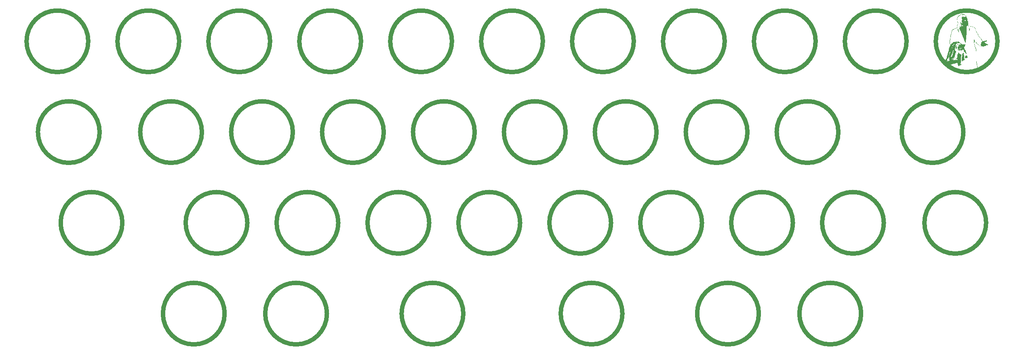
<source format=gbr>
%TF.GenerationSoftware,KiCad,Pcbnew,8.0.8*%
%TF.CreationDate,2025-03-01T19:05:18+01:00*%
%TF.ProjectId,travaulta HHKB,74726176-6175-46c7-9461-2048484b422e,rev?*%
%TF.SameCoordinates,Original*%
%TF.FileFunction,Legend,Top*%
%TF.FilePolarity,Positive*%
%FSLAX46Y46*%
G04 Gerber Fmt 4.6, Leading zero omitted, Abs format (unit mm)*
G04 Created by KiCad (PCBNEW 8.0.8) date 2025-03-01 19:05:18*
%MOMM*%
%LPD*%
G01*
G04 APERTURE LIST*
%ADD10C,0.900000*%
%ADD11C,0.000000*%
%ADD12C,2.200000*%
%ADD13C,1.500000*%
%ADD14R,1.700000X1.700000*%
%ADD15O,1.700000X1.700000*%
%ADD16C,0.900000*%
G04 APERTURE END LIST*
D10*
%TO.C,SW20*%
X217604500Y-76200000D02*
G75*
G02*
X204670500Y-76200000I-6467000J0D01*
G01*
X204670500Y-76200000D02*
G75*
G02*
X217604500Y-76200000I6467000J0D01*
G01*
%TO.C,SW27*%
X169979500Y-95250000D02*
G75*
G02*
X157045500Y-95250000I-6467000J0D01*
G01*
X157045500Y-95250000D02*
G75*
G02*
X169979500Y-95250000I6467000J0D01*
G01*
%TO.C,SW15*%
X122354500Y-76200000D02*
G75*
G02*
X109420500Y-76200000I-6467000J0D01*
G01*
X109420500Y-76200000D02*
G75*
G02*
X122354500Y-76200000I6467000J0D01*
G01*
%TO.C,SW18*%
X179504500Y-76200000D02*
G75*
G02*
X166570500Y-76200000I-6467000J0D01*
G01*
X166570500Y-76200000D02*
G75*
G02*
X179504500Y-76200000I6467000J0D01*
G01*
%TO.C,SW1*%
X60442000Y-57150000D02*
G75*
G02*
X47508000Y-57150000I-6467000J0D01*
G01*
X47508000Y-57150000D02*
G75*
G02*
X60442000Y-57150000I6467000J0D01*
G01*
%TO.C,SW9*%
X212842000Y-57150000D02*
G75*
G02*
X199908000Y-57150000I-6467000J0D01*
G01*
X199908000Y-57150000D02*
G75*
G02*
X212842000Y-57150000I6467000J0D01*
G01*
%TO.C,SW28*%
X189029500Y-95250000D02*
G75*
G02*
X176095500Y-95250000I-6467000J0D01*
G01*
X176095500Y-95250000D02*
G75*
G02*
X189029500Y-95250000I6467000J0D01*
G01*
%TO.C,SW4*%
X117592000Y-57150000D02*
G75*
G02*
X104658000Y-57150000I-6467000J0D01*
G01*
X104658000Y-57150000D02*
G75*
G02*
X117592000Y-57150000I6467000J0D01*
G01*
%TO.C,SW17*%
X160454500Y-76200000D02*
G75*
G02*
X147520500Y-76200000I-6467000J0D01*
G01*
X147520500Y-76200000D02*
G75*
G02*
X160454500Y-76200000I6467000J0D01*
G01*
%TO.C,SW12*%
X62825000Y-76200000D02*
G75*
G02*
X49891000Y-76200000I-6467000J0D01*
G01*
X49891000Y-76200000D02*
G75*
G02*
X62825000Y-76200000I6467000J0D01*
G01*
%TO.C,SW23*%
X93779500Y-95250000D02*
G75*
G02*
X80845500Y-95250000I-6467000J0D01*
G01*
X80845500Y-95250000D02*
G75*
G02*
X93779500Y-95250000I6467000J0D01*
G01*
%TO.C,SW34*%
X139022000Y-114300000D02*
G75*
G02*
X126088000Y-114300000I-6467000J0D01*
G01*
X126088000Y-114300000D02*
G75*
G02*
X139022000Y-114300000I6467000J0D01*
G01*
%TO.C,SW22*%
X67587000Y-95250000D02*
G75*
G02*
X54653000Y-95250000I-6467000J0D01*
G01*
X54653000Y-95250000D02*
G75*
G02*
X67587000Y-95250000I6467000J0D01*
G01*
%TO.C,SW16*%
X141404500Y-76200000D02*
G75*
G02*
X128470500Y-76200000I-6467000J0D01*
G01*
X128470500Y-76200000D02*
G75*
G02*
X141404500Y-76200000I6467000J0D01*
G01*
%TO.C,SW14*%
X103304500Y-76200000D02*
G75*
G02*
X90370500Y-76200000I-6467000J0D01*
G01*
X90370500Y-76200000D02*
G75*
G02*
X103304500Y-76200000I6467000J0D01*
G01*
%TO.C,SW7*%
X174742000Y-57150000D02*
G75*
G02*
X161808000Y-57150000I-6467000J0D01*
G01*
X161808000Y-57150000D02*
G75*
G02*
X174742000Y-57150000I6467000J0D01*
G01*
%TO.C,SW24*%
X112829500Y-95250000D02*
G75*
G02*
X99895500Y-95250000I-6467000J0D01*
G01*
X99895500Y-95250000D02*
G75*
G02*
X112829500Y-95250000I6467000J0D01*
G01*
%TO.C,SW11*%
X250942000Y-57150000D02*
G75*
G02*
X238008000Y-57150000I-6467000J0D01*
G01*
X238008000Y-57150000D02*
G75*
G02*
X250942000Y-57150000I6467000J0D01*
G01*
%TO.C,SW31*%
X248562000Y-95250000D02*
G75*
G02*
X235628000Y-95250000I-6467000J0D01*
G01*
X235628000Y-95250000D02*
G75*
G02*
X248562000Y-95250000I6467000J0D01*
G01*
%TO.C,SW2*%
X79492000Y-57150000D02*
G75*
G02*
X66558000Y-57150000I-6467000J0D01*
G01*
X66558000Y-57150000D02*
G75*
G02*
X79492000Y-57150000I6467000J0D01*
G01*
D11*
%TO.C,G\u002A\u002A\u002A*%
G36*
X242180616Y-58716357D02*
G01*
X242173263Y-58723711D01*
X242165909Y-58716357D01*
X242173263Y-58709004D01*
X242180616Y-58716357D01*
G37*
G36*
X242827750Y-62393254D02*
G01*
X242820396Y-62400608D01*
X242813042Y-62393254D01*
X242820396Y-62385900D01*
X242827750Y-62393254D01*
G37*
G36*
X242842458Y-62496207D02*
G01*
X242835104Y-62503561D01*
X242827750Y-62496207D01*
X242835104Y-62488853D01*
X242842458Y-62496207D01*
G37*
G36*
X243313100Y-61599044D02*
G01*
X243305747Y-61606398D01*
X243298393Y-61599044D01*
X243305747Y-61591690D01*
X243313100Y-61599044D01*
G37*
G36*
X243357223Y-54054053D02*
G01*
X243349869Y-54061407D01*
X243342516Y-54054053D01*
X243349869Y-54046699D01*
X243357223Y-54054053D01*
G37*
G36*
X243710205Y-53892269D02*
G01*
X243702851Y-53899623D01*
X243695498Y-53892269D01*
X243702851Y-53884916D01*
X243710205Y-53892269D01*
G37*
G36*
X244151433Y-54274667D02*
G01*
X244144079Y-54282020D01*
X244136725Y-54274667D01*
X244144079Y-54267313D01*
X244151433Y-54274667D01*
G37*
G36*
X244313216Y-58378083D02*
G01*
X244305862Y-58385437D01*
X244298509Y-58378083D01*
X244305862Y-58370729D01*
X244313216Y-58378083D01*
G37*
G36*
X244430877Y-58525159D02*
G01*
X244423523Y-58532513D01*
X244416169Y-58525159D01*
X244423523Y-58517805D01*
X244430877Y-58525159D01*
G37*
G36*
X244975058Y-54230544D02*
G01*
X244967704Y-54237898D01*
X244960350Y-54230544D01*
X244967704Y-54223190D01*
X244975058Y-54230544D01*
G37*
G36*
X242190421Y-58684491D02*
G01*
X242188402Y-58693235D01*
X242180616Y-58694296D01*
X242168510Y-58688915D01*
X242170811Y-58684491D01*
X242188266Y-58682731D01*
X242190421Y-58684491D01*
G37*
G36*
X242219837Y-60728845D02*
G01*
X242217818Y-60737589D01*
X242210031Y-60738650D01*
X242197925Y-60733269D01*
X242200226Y-60728845D01*
X242217681Y-60727085D01*
X242219837Y-60728845D01*
G37*
G36*
X243219952Y-53830988D02*
G01*
X243221713Y-53848442D01*
X243219952Y-53850598D01*
X243211209Y-53848579D01*
X243210147Y-53840793D01*
X243215529Y-53828687D01*
X243219952Y-53830988D01*
G37*
G36*
X243596221Y-51786698D02*
G01*
X243598069Y-51792066D01*
X243577837Y-51794116D01*
X243556958Y-51791805D01*
X243559452Y-51786698D01*
X243589564Y-51784755D01*
X243596221Y-51786698D01*
G37*
G36*
X243661180Y-53889818D02*
G01*
X243662940Y-53907273D01*
X243661180Y-53909428D01*
X243652436Y-53907409D01*
X243651375Y-53899623D01*
X243656756Y-53887517D01*
X243661180Y-53889818D01*
G37*
G36*
X244058285Y-60596477D02*
G01*
X244056266Y-60605221D01*
X244048480Y-60606282D01*
X244036374Y-60600901D01*
X244038675Y-60596477D01*
X244056129Y-60594717D01*
X244058285Y-60596477D01*
G37*
G36*
X242599583Y-59763980D02*
G01*
X242592236Y-59786685D01*
X242577524Y-59797365D01*
X242571192Y-59785620D01*
X242573416Y-59768115D01*
X242584439Y-59747853D01*
X242593458Y-59746525D01*
X242599583Y-59763980D01*
G37*
G36*
X242709662Y-55160960D02*
G01*
X242710089Y-55164476D01*
X242698897Y-55178756D01*
X242695382Y-55179183D01*
X242681102Y-55167991D01*
X242680674Y-55164476D01*
X242691866Y-55150195D01*
X242695382Y-55149768D01*
X242709662Y-55160960D01*
G37*
G36*
X242780869Y-62412926D02*
G01*
X242783627Y-62430023D01*
X242777468Y-62453922D01*
X242768920Y-62459438D01*
X242756970Y-62447120D01*
X242754212Y-62430023D01*
X242760371Y-62406123D01*
X242768920Y-62400608D01*
X242780869Y-62412926D01*
G37*
G36*
X242825798Y-62319135D02*
G01*
X242824992Y-62327989D01*
X242806371Y-62350278D01*
X242799254Y-62353727D01*
X242785579Y-62349712D01*
X242786385Y-62340858D01*
X242805006Y-62318569D01*
X242812123Y-62315120D01*
X242825798Y-62319135D01*
G37*
G36*
X242881525Y-62439033D02*
G01*
X242879227Y-62444730D01*
X242866010Y-62458761D01*
X242863651Y-62459438D01*
X242857334Y-62448059D01*
X242857165Y-62444730D01*
X242868472Y-62430588D01*
X242872741Y-62430023D01*
X242881525Y-62439033D01*
G37*
G36*
X243327156Y-59320402D02*
G01*
X243330749Y-59323781D01*
X243340826Y-59343795D01*
X243330749Y-59359079D01*
X243317578Y-59366319D01*
X243313208Y-59348509D01*
X243313100Y-59341430D01*
X243316066Y-59318053D01*
X243327156Y-59320402D01*
G37*
G36*
X245190674Y-54732310D02*
G01*
X245188318Y-54737956D01*
X245168834Y-54752114D01*
X245164520Y-54752663D01*
X245156546Y-54743601D01*
X245158902Y-54737956D01*
X245178386Y-54723797D01*
X245182700Y-54723248D01*
X245190674Y-54732310D01*
G37*
G36*
X244091958Y-52803510D02*
G01*
X244106933Y-52824830D01*
X244100433Y-52846589D01*
X244078763Y-52855385D01*
X244051156Y-52849433D01*
X244042156Y-52842344D01*
X244044386Y-52823925D01*
X244062832Y-52807067D01*
X244085371Y-52801222D01*
X244091958Y-52803510D01*
G37*
G36*
X242623773Y-55016216D02*
G01*
X242624588Y-55020279D01*
X242627563Y-55054895D01*
X242625336Y-55073108D01*
X242612112Y-55090447D01*
X242598461Y-55083566D01*
X242592654Y-55057846D01*
X242598205Y-55022252D01*
X242605388Y-55005017D01*
X242616102Y-54997101D01*
X242623773Y-55016216D01*
G37*
G36*
X243435021Y-51690657D02*
G01*
X243453338Y-51696419D01*
X243452705Y-51701026D01*
X243429939Y-51705460D01*
X243381853Y-51710699D01*
X243364577Y-51712336D01*
X243276331Y-51720565D01*
X243342516Y-51702329D01*
X243388149Y-51692613D01*
X243425349Y-51689561D01*
X243435021Y-51690657D01*
G37*
G36*
X242456376Y-57879067D02*
G01*
X242482988Y-57892265D01*
X242500306Y-57907147D01*
X242494918Y-57913057D01*
X242465576Y-57914326D01*
X242415271Y-57917827D01*
X242373653Y-57923986D01*
X242339175Y-57926433D01*
X242327692Y-57917150D01*
X242340424Y-57893499D01*
X242372368Y-57878266D01*
X242414145Y-57872955D01*
X242456376Y-57879067D01*
G37*
G36*
X243405023Y-52104103D02*
G01*
X243415949Y-52116532D01*
X243416053Y-52118336D01*
X243403553Y-52128583D01*
X243374863Y-52137028D01*
X243343196Y-52141083D01*
X243321766Y-52138158D01*
X243320370Y-52137081D01*
X243313298Y-52117388D01*
X243313100Y-52113392D01*
X243323067Y-52103027D01*
X243355220Y-52100339D01*
X243405023Y-52104103D01*
G37*
G36*
X242080759Y-60623842D02*
G01*
X242123343Y-60631035D01*
X242158657Y-60640522D01*
X242178537Y-60650258D01*
X242178979Y-60656058D01*
X242152987Y-60665227D01*
X242110759Y-60669351D01*
X242065137Y-60667800D01*
X242037941Y-60662968D01*
X241996252Y-60647642D01*
X241982972Y-60634075D01*
X241998041Y-60624462D01*
X242039069Y-60620990D01*
X242080759Y-60623842D01*
G37*
G36*
X244035813Y-60112480D02*
G01*
X244038001Y-60135334D01*
X244032524Y-60176085D01*
X244023950Y-60226458D01*
X244016505Y-60270555D01*
X244014473Y-60282715D01*
X244011368Y-60287412D01*
X244008595Y-60266983D01*
X244006653Y-60225717D01*
X244006360Y-60212854D01*
X244006668Y-60154673D01*
X244010829Y-60121039D01*
X244019641Y-60107244D01*
X244024410Y-60106224D01*
X244035813Y-60112480D01*
G37*
G36*
X240590779Y-61219368D02*
G01*
X240616414Y-61236412D01*
X240618361Y-61263844D01*
X240597399Y-61295725D01*
X240578727Y-61311365D01*
X240541725Y-61332412D01*
X240501846Y-61347474D01*
X240467568Y-61354367D01*
X240447368Y-61350909D01*
X240445121Y-61345779D01*
X240455013Y-61326124D01*
X240474161Y-61305232D01*
X240499694Y-61275262D01*
X240511490Y-61252835D01*
X240533899Y-61222984D01*
X240573313Y-61216099D01*
X240590779Y-61219368D01*
G37*
G36*
X243189972Y-53647823D02*
G01*
X243205318Y-53680682D01*
X243209791Y-53724538D01*
X243203214Y-53763544D01*
X243189823Y-53795722D01*
X243176880Y-53811146D01*
X243175560Y-53811378D01*
X243168647Y-53800607D01*
X243170979Y-53790267D01*
X243169774Y-53768946D01*
X243163190Y-53763859D01*
X243152882Y-53747240D01*
X243146103Y-53711938D01*
X243145084Y-53696725D01*
X243146323Y-53655928D01*
X243155374Y-53637669D01*
X243166314Y-53634887D01*
X243189972Y-53647823D01*
G37*
G36*
X242625232Y-57748540D02*
G01*
X242700287Y-57770442D01*
X242732151Y-57782992D01*
X242747829Y-57791321D01*
X242738516Y-57795101D01*
X242715512Y-57796138D01*
X242677058Y-57804694D01*
X242643195Y-57832637D01*
X242630195Y-57848610D01*
X242604267Y-57881286D01*
X242584681Y-57895105D01*
X242560109Y-57893063D01*
X242519222Y-57878152D01*
X242518891Y-57878025D01*
X242475116Y-57864273D01*
X242437188Y-57857239D01*
X242434322Y-57857083D01*
X242406578Y-57850337D01*
X242406052Y-57833300D01*
X242432642Y-57806572D01*
X242444702Y-57797597D01*
X242505106Y-57761728D01*
X242562727Y-57745506D01*
X242625232Y-57748540D01*
G37*
G36*
X243280266Y-53875704D02*
G01*
X243270511Y-53883657D01*
X243258479Y-53903398D01*
X243261999Y-53926882D01*
X243277524Y-53940378D01*
X243285114Y-53940206D01*
X243304818Y-53947898D01*
X243308814Y-53954787D01*
X243305104Y-53967028D01*
X243288591Y-53964617D01*
X243270328Y-53960009D01*
X243276454Y-53968196D01*
X243285984Y-53976251D01*
X243302069Y-54000735D01*
X243296284Y-54021575D01*
X243277530Y-54039852D01*
X243254822Y-54047094D01*
X243240208Y-54040328D01*
X243239212Y-54035668D01*
X243235914Y-54015319D01*
X243228192Y-53978829D01*
X243225961Y-53969078D01*
X243223201Y-53919538D01*
X243238688Y-53884818D01*
X243269712Y-53870522D01*
X243273705Y-53870433D01*
X243280266Y-53875704D01*
G37*
G36*
X242973817Y-54279140D02*
G01*
X242984076Y-54305761D01*
X242996204Y-54356590D01*
X243002027Y-54387535D01*
X243015140Y-54450876D01*
X243033731Y-54526880D01*
X243054040Y-54600282D01*
X243056400Y-54608148D01*
X243085289Y-54716399D01*
X243099521Y-54801825D01*
X243099101Y-54863755D01*
X243084036Y-54901519D01*
X243054329Y-54914445D01*
X243053917Y-54914447D01*
X243041895Y-54905758D01*
X243035482Y-54876698D01*
X243033656Y-54825234D01*
X243031490Y-54773011D01*
X243025886Y-54730148D01*
X243020069Y-54710634D01*
X243011078Y-54681959D01*
X243000663Y-54629550D01*
X242989668Y-54559001D01*
X242978936Y-54475906D01*
X242969311Y-54385858D01*
X242966520Y-54355558D01*
X242963812Y-54302934D01*
X242966654Y-54277829D01*
X242973817Y-54279140D01*
G37*
G36*
X244768407Y-62097331D02*
G01*
X244770641Y-62113562D01*
X244745593Y-62139672D01*
X244744543Y-62140502D01*
X244706224Y-62170644D01*
X244717216Y-62333425D01*
X244726054Y-62464641D01*
X244733048Y-62569448D01*
X244738373Y-62650783D01*
X244742202Y-62711583D01*
X244744710Y-62754785D01*
X244746070Y-62783326D01*
X244746458Y-62800142D01*
X244746048Y-62808172D01*
X244745485Y-62810003D01*
X244737104Y-62802699D01*
X244724535Y-62782083D01*
X244716005Y-62750060D01*
X244710442Y-62694767D01*
X244708390Y-62622250D01*
X244708476Y-62603341D01*
X244707587Y-62531820D01*
X244703923Y-62463219D01*
X244698165Y-62408264D01*
X244694942Y-62390258D01*
X244688457Y-62338872D01*
X244688406Y-62279008D01*
X244693758Y-62217644D01*
X244703484Y-62161761D01*
X244716555Y-62118336D01*
X244731941Y-62094349D01*
X244738977Y-62091748D01*
X244768407Y-62097331D01*
G37*
G36*
X243769036Y-51573132D02*
G01*
X243756333Y-51586271D01*
X243728590Y-51594706D01*
X243705599Y-51598877D01*
X243708888Y-51601451D01*
X243739620Y-51603682D01*
X243791097Y-51606531D01*
X243732267Y-51627725D01*
X243687960Y-51641342D01*
X243650866Y-51648875D01*
X243644021Y-51649366D01*
X243624702Y-51651925D01*
X243632586Y-51661362D01*
X243636667Y-51664070D01*
X243648516Y-51674902D01*
X243634014Y-51678413D01*
X243626862Y-51678553D01*
X243598568Y-51686196D01*
X243588338Y-51697162D01*
X243577213Y-51708106D01*
X243553369Y-51698882D01*
X243552231Y-51698216D01*
X243523454Y-51688465D01*
X243506186Y-51697481D01*
X243492049Y-51704868D01*
X243489591Y-51699699D01*
X243498209Y-51675110D01*
X243518003Y-51646026D01*
X243539881Y-51624389D01*
X243550306Y-51619948D01*
X243571947Y-51610522D01*
X243587292Y-51597886D01*
X243621960Y-51597886D01*
X243629313Y-51605240D01*
X243636667Y-51597886D01*
X243629313Y-51590532D01*
X243621960Y-51597886D01*
X243587292Y-51597886D01*
X243617253Y-51582038D01*
X243656102Y-51575624D01*
X243701055Y-51572620D01*
X243735943Y-51566555D01*
X243761759Y-51565166D01*
X243769036Y-51573132D01*
G37*
G36*
X244995525Y-54266015D02*
G01*
X244997119Y-54267313D01*
X245015596Y-54288325D01*
X245019180Y-54298093D01*
X245024896Y-54317245D01*
X245039716Y-54354170D01*
X245055949Y-54390949D01*
X245075485Y-54434868D01*
X245088820Y-54467159D01*
X245092718Y-54479195D01*
X245098306Y-54495822D01*
X245112762Y-54530708D01*
X245127761Y-54564706D01*
X245156601Y-54631109D01*
X245172023Y-54675156D01*
X245174118Y-54700622D01*
X245162978Y-54711280D01*
X245138695Y-54710902D01*
X245131285Y-54709656D01*
X245124097Y-54719351D01*
X245126129Y-54736939D01*
X245122127Y-54766709D01*
X245096025Y-54808262D01*
X245075282Y-54833165D01*
X245041717Y-54868597D01*
X245014297Y-54892744D01*
X245001295Y-54899739D01*
X244994067Y-54885234D01*
X244990893Y-54841975D01*
X244991795Y-54770343D01*
X244992875Y-54743129D01*
X244997143Y-54668842D01*
X245002731Y-54618808D01*
X245010566Y-54587867D01*
X245021579Y-54570858D01*
X245024316Y-54568622D01*
X245035345Y-54557917D01*
X245039635Y-54542475D01*
X245036657Y-54516103D01*
X245025881Y-54472607D01*
X245011925Y-54423504D01*
X244990742Y-54347642D01*
X244978780Y-54296793D01*
X244975768Y-54268126D01*
X244981439Y-54258810D01*
X244995525Y-54266015D01*
G37*
G36*
X242705769Y-54325096D02*
G01*
X242714180Y-54361887D01*
X242720624Y-54415526D01*
X242724202Y-54479730D01*
X242724635Y-54509253D01*
X242723465Y-54557532D01*
X242719063Y-54580448D01*
X242710436Y-54581964D01*
X242707148Y-54579114D01*
X242683461Y-54562605D01*
X242672602Y-54570780D01*
X242673497Y-54587203D01*
X242678353Y-54614890D01*
X242679549Y-54623377D01*
X242689874Y-54639901D01*
X242713383Y-54665767D01*
X242715144Y-54667499D01*
X242744615Y-54703996D01*
X242767518Y-54752165D01*
X242786475Y-54818624D01*
X242798458Y-54877678D01*
X242809443Y-54938032D01*
X242822767Y-55011444D01*
X242835547Y-55082026D01*
X242835552Y-55082053D01*
X242846579Y-55140556D01*
X242856760Y-55190273D01*
X242864199Y-55222032D01*
X242865200Y-55225452D01*
X242865361Y-55248264D01*
X242850355Y-55250518D01*
X242831019Y-55234337D01*
X242819134Y-55215018D01*
X242796946Y-55174757D01*
X242767328Y-55118909D01*
X242733152Y-55052832D01*
X242722588Y-55032107D01*
X242629198Y-54848263D01*
X242630280Y-54685841D01*
X242633091Y-54613679D01*
X242639938Y-54538297D01*
X242649815Y-54465398D01*
X242661719Y-54400683D01*
X242674643Y-54349851D01*
X242687582Y-54318605D01*
X242696293Y-54311436D01*
X242705769Y-54325096D01*
G37*
G36*
X243831416Y-59538708D02*
G01*
X243860586Y-59561059D01*
X243863801Y-59565316D01*
X243878491Y-59602038D01*
X243886369Y-59654236D01*
X243886966Y-59671946D01*
X243889229Y-59718798D01*
X243895091Y-59784260D01*
X243903534Y-59857891D01*
X243909227Y-59900318D01*
X243920096Y-59986695D01*
X243930044Y-60083340D01*
X243937421Y-60173648D01*
X243939152Y-60201824D01*
X243943997Y-60272389D01*
X243950366Y-60338867D01*
X243957216Y-60391154D01*
X243960526Y-60408953D01*
X243969185Y-60464856D01*
X243973111Y-60524740D01*
X243973118Y-60533968D01*
X243974075Y-60571873D01*
X243978300Y-60619048D01*
X243986455Y-60680583D01*
X243999200Y-60761564D01*
X244014044Y-60848957D01*
X244019516Y-60888337D01*
X244025456Y-60942723D01*
X244028968Y-60981326D01*
X244036241Y-61069571D01*
X243972500Y-61094701D01*
X243929895Y-61110374D01*
X243869357Y-61131235D01*
X243801062Y-61153813D01*
X243768681Y-61164188D01*
X243705635Y-61185315D01*
X243650845Y-61205788D01*
X243612046Y-61222614D01*
X243599944Y-61229503D01*
X243581116Y-61247505D01*
X243581710Y-61267786D01*
X243591845Y-61288878D01*
X243604259Y-61318045D01*
X243598471Y-61336300D01*
X243584091Y-61348719D01*
X243552647Y-61367857D01*
X243533770Y-61364493D01*
X243523133Y-61345338D01*
X243504542Y-61315037D01*
X243494158Y-61304893D01*
X243474269Y-61278360D01*
X243452857Y-61232712D01*
X243433384Y-61177821D01*
X243419315Y-61123559D01*
X243414112Y-61079800D01*
X243414188Y-61076925D01*
X243420362Y-61029886D01*
X243433099Y-60975172D01*
X243437913Y-60959264D01*
X243447203Y-60919352D01*
X243457051Y-60858071D01*
X243466348Y-60783425D01*
X243473980Y-60703412D01*
X243474678Y-60694528D01*
X243482747Y-60592442D01*
X243489909Y-60511676D01*
X243497166Y-60444197D01*
X243505521Y-60381971D01*
X243515979Y-60316965D01*
X243529542Y-60241146D01*
X243534922Y-60212108D01*
X243547623Y-60129991D01*
X243557356Y-60040603D01*
X243562615Y-59958910D01*
X243563129Y-59931656D01*
X243570308Y-59811813D01*
X243591500Y-59714335D01*
X243626187Y-59640389D01*
X243673852Y-59591136D01*
X243724131Y-59569569D01*
X243758185Y-59558618D01*
X243777089Y-59546205D01*
X243799842Y-59532932D01*
X243831416Y-59538708D01*
G37*
G36*
X244512244Y-60114657D02*
G01*
X244531490Y-60124521D01*
X244549418Y-60146122D01*
X244568712Y-60184243D01*
X244592059Y-60243666D01*
X244605052Y-60279905D01*
X244622912Y-60325748D01*
X244639919Y-60361600D01*
X244647429Y-60373420D01*
X244662900Y-60401759D01*
X244674777Y-60436790D01*
X244690228Y-60480312D01*
X244712675Y-60526055D01*
X244713899Y-60528152D01*
X244734746Y-60569220D01*
X244737810Y-60596935D01*
X244720157Y-60614301D01*
X244678857Y-60624325D01*
X244614722Y-60629802D01*
X244545207Y-60635063D01*
X244474799Y-60642513D01*
X244418425Y-60650568D01*
X244417145Y-60650796D01*
X244366658Y-60657807D01*
X244311003Y-60662402D01*
X244256407Y-60664549D01*
X244209095Y-60664217D01*
X244175293Y-60661376D01*
X244161226Y-60655994D01*
X244163982Y-60652050D01*
X244176219Y-60638004D01*
X244170336Y-60615454D01*
X244164573Y-60604476D01*
X244151260Y-60572332D01*
X244148737Y-60552238D01*
X244141583Y-60529335D01*
X244137115Y-60525632D01*
X244124426Y-60504662D01*
X244122018Y-60487754D01*
X244116171Y-60464322D01*
X244108437Y-60459206D01*
X244104987Y-60447959D01*
X244114312Y-60420384D01*
X244116708Y-60415405D01*
X244130230Y-60391264D01*
X244145594Y-60379100D01*
X244171458Y-60376176D01*
X244216479Y-60379754D01*
X244226244Y-60380768D01*
X244274799Y-60384858D01*
X244299915Y-60383509D01*
X244307220Y-60375783D01*
X244305356Y-60367591D01*
X244287508Y-60347109D01*
X244253669Y-60323712D01*
X244242492Y-60317659D01*
X244206780Y-60298465D01*
X244183809Y-60284181D01*
X244180848Y-60281643D01*
X244162368Y-60270127D01*
X244144311Y-60262398D01*
X244128012Y-60253968D01*
X244132959Y-60244505D01*
X244162021Y-60228868D01*
X244163428Y-60228187D01*
X244195179Y-60207040D01*
X244204796Y-60187188D01*
X244204284Y-60185395D01*
X244203806Y-60163211D01*
X244223921Y-60158584D01*
X244261417Y-60171791D01*
X244275498Y-60179229D01*
X244309199Y-60196294D01*
X244324637Y-60197693D01*
X244327924Y-60186865D01*
X244337956Y-60171633D01*
X244370920Y-60165406D01*
X244386754Y-60165055D01*
X244425243Y-60162588D01*
X244442254Y-60152618D01*
X244445584Y-60135639D01*
X244447600Y-60128286D01*
X244475000Y-60128286D01*
X244482353Y-60135639D01*
X244489707Y-60128286D01*
X244482353Y-60120932D01*
X244475000Y-60128286D01*
X244447600Y-60128286D01*
X244451730Y-60113221D01*
X244473791Y-60107250D01*
X244512244Y-60114657D01*
G37*
G36*
X242425934Y-58037994D02*
G01*
X242437377Y-58046156D01*
X242433599Y-58063920D01*
X242417539Y-58079684D01*
X242377135Y-58115607D01*
X242335585Y-58165155D01*
X242296424Y-58222210D01*
X242263193Y-58280657D01*
X242239427Y-58334377D01*
X242228665Y-58377253D01*
X242232149Y-58400236D01*
X242248237Y-58408900D01*
X242266385Y-58393797D01*
X242282618Y-58359948D01*
X242291066Y-58325760D01*
X242301236Y-58289285D01*
X242314635Y-58269158D01*
X242318746Y-58267776D01*
X242343687Y-58279323D01*
X242375478Y-58308422D01*
X242406958Y-58346758D01*
X242430971Y-58386016D01*
X242439046Y-58407498D01*
X242454174Y-58455292D01*
X242470035Y-58492413D01*
X242479912Y-58516169D01*
X242480031Y-58537516D01*
X242468097Y-58564875D01*
X242441816Y-58606667D01*
X242436870Y-58614135D01*
X242391799Y-58675163D01*
X242355764Y-58708642D01*
X242328373Y-58714888D01*
X242318661Y-58708797D01*
X242296891Y-58701878D01*
X242267350Y-58705414D01*
X242244272Y-58716416D01*
X242239447Y-58725427D01*
X242252172Y-58735496D01*
X242279893Y-58740422D01*
X242305140Y-58742427D01*
X242302381Y-58745575D01*
X242287246Y-58748798D01*
X242260416Y-58764096D01*
X242254154Y-58790918D01*
X242245279Y-58820113D01*
X242221374Y-58825058D01*
X242201225Y-58815408D01*
X242186813Y-58790695D01*
X242189005Y-58757293D01*
X242206754Y-58730040D01*
X242207291Y-58729637D01*
X242220858Y-58712331D01*
X242218857Y-58686942D01*
X242254154Y-58686942D01*
X242261508Y-58694296D01*
X242268862Y-58686942D01*
X242261508Y-58679589D01*
X242254154Y-58686942D01*
X242218857Y-58686942D01*
X242218716Y-58685153D01*
X242213019Y-58667130D01*
X242208302Y-58650173D01*
X242239447Y-58650173D01*
X242244465Y-58664499D01*
X242245932Y-58664881D01*
X242258489Y-58654575D01*
X242261508Y-58650173D01*
X242260342Y-58636621D01*
X242255022Y-58635466D01*
X242240045Y-58646142D01*
X242239447Y-58650173D01*
X242208302Y-58650173D01*
X242204123Y-58635148D01*
X242208679Y-58622330D01*
X242218150Y-58620758D01*
X242237181Y-58609976D01*
X242239447Y-58601244D01*
X242228490Y-58588100D01*
X242193793Y-58588432D01*
X242192995Y-58588548D01*
X242146542Y-58595365D01*
X242148195Y-58554574D01*
X242239447Y-58554574D01*
X242246800Y-58561928D01*
X242254154Y-58554574D01*
X242246800Y-58547220D01*
X242239447Y-58554574D01*
X242148195Y-58554574D01*
X242149021Y-58534182D01*
X242268862Y-58534182D01*
X242280938Y-58544370D01*
X242309068Y-58546341D01*
X242341110Y-58540246D01*
X242356681Y-58533087D01*
X242371731Y-58518527D01*
X242371389Y-58512994D01*
X242352380Y-58509621D01*
X242320663Y-58513300D01*
X242288993Y-58521395D01*
X242270121Y-58531271D01*
X242268862Y-58534182D01*
X242149021Y-58534182D01*
X242155313Y-58378906D01*
X242159998Y-58283559D01*
X242166285Y-58212630D01*
X242175799Y-58161121D01*
X242190167Y-58124035D01*
X242211013Y-58096372D01*
X242239962Y-58073137D01*
X242258630Y-58061223D01*
X242297761Y-58044908D01*
X242345338Y-58035038D01*
X242391388Y-58032453D01*
X242425934Y-58037994D01*
G37*
G36*
X243795726Y-51452425D02*
G01*
X243873184Y-51458146D01*
X243935031Y-51469284D01*
X243988102Y-51487152D01*
X244039234Y-51513062D01*
X244048480Y-51518513D01*
X244073790Y-51531969D01*
X244114940Y-51552226D01*
X244144867Y-51566405D01*
X244233472Y-51618137D01*
X244303869Y-51680531D01*
X244353248Y-51749764D01*
X244378797Y-51822013D01*
X244379320Y-51885157D01*
X244376155Y-51917312D01*
X244380089Y-51948446D01*
X244393395Y-51986339D01*
X244418349Y-52038770D01*
X244431997Y-52065354D01*
X244467556Y-52130369D01*
X244506181Y-52195482D01*
X244540845Y-52248970D01*
X244548489Y-52259727D01*
X244592808Y-52328020D01*
X244623931Y-52391925D01*
X244639745Y-52445937D01*
X244638136Y-52484547D01*
X244636320Y-52488561D01*
X244622862Y-52534868D01*
X244631263Y-52575206D01*
X244643750Y-52590327D01*
X244657135Y-52606385D01*
X244654647Y-52627114D01*
X244643750Y-52650228D01*
X244624202Y-52711669D01*
X244631683Y-52766024D01*
X244644605Y-52788335D01*
X244661650Y-52819004D01*
X244666198Y-52837855D01*
X244676115Y-52859250D01*
X244701562Y-52891554D01*
X244723343Y-52914284D01*
X244760409Y-52957401D01*
X244789762Y-53004030D01*
X244798523Y-53024389D01*
X244808529Y-53063273D01*
X244804117Y-53091349D01*
X244783057Y-53124352D01*
X244749555Y-53169665D01*
X244783273Y-53228250D01*
X244795667Y-53251018D01*
X244804334Y-53272781D01*
X244809676Y-53298755D01*
X244812096Y-53334152D01*
X244811996Y-53384186D01*
X244809779Y-53454070D01*
X244806626Y-53530722D01*
X244800267Y-53647534D01*
X244792357Y-53735236D01*
X244782909Y-53793729D01*
X244775289Y-53817442D01*
X244761974Y-53847568D01*
X244757851Y-53863120D01*
X244758057Y-53863434D01*
X244798927Y-53887325D01*
X244859172Y-53909842D01*
X244928807Y-53927809D01*
X244990552Y-53937396D01*
X245062730Y-53947159D01*
X245139973Y-53961745D01*
X245195625Y-53975340D01*
X245254082Y-53989717D01*
X245309548Y-53999587D01*
X245344040Y-54002576D01*
X245390677Y-54007104D01*
X245446653Y-54018525D01*
X245469101Y-54024765D01*
X245509568Y-54035716D01*
X245571532Y-54050676D01*
X245647635Y-54067947D01*
X245730519Y-54085830D01*
X245761368Y-54092248D01*
X245861694Y-54113730D01*
X245939351Y-54133172D01*
X246000696Y-54153323D01*
X246052084Y-54176930D01*
X246099870Y-54206742D01*
X246150409Y-54245506D01*
X246187298Y-54276424D01*
X246246434Y-54329463D01*
X246286140Y-54373631D01*
X246311135Y-54416860D01*
X246326135Y-54467079D01*
X246334974Y-54524696D01*
X246349470Y-54597057D01*
X246376549Y-54687938D01*
X246413472Y-54790745D01*
X246457499Y-54898887D01*
X246505891Y-55005773D01*
X246555909Y-55104812D01*
X246604815Y-55189412D01*
X246622228Y-55215952D01*
X246655494Y-55266390D01*
X246690803Y-55322636D01*
X246701868Y-55340967D01*
X246735387Y-55394497D01*
X246772329Y-55449476D01*
X246784084Y-55465981D01*
X246827549Y-55538746D01*
X246868358Y-55630835D01*
X246902752Y-55732177D01*
X246926974Y-55832702D01*
X246931779Y-55861772D01*
X246949081Y-55954506D01*
X246971157Y-56021453D01*
X246999584Y-56066067D01*
X247035940Y-56091801D01*
X247037056Y-56092270D01*
X247112956Y-56137251D01*
X247168815Y-56202544D01*
X247183224Y-56228489D01*
X247230978Y-56304865D01*
X247284316Y-56356013D01*
X247338284Y-56379321D01*
X247379891Y-56395293D01*
X247419327Y-56428984D01*
X247459177Y-56483564D01*
X247502027Y-56562206D01*
X247522593Y-56605455D01*
X247580874Y-56712907D01*
X247650592Y-56803339D01*
X247664949Y-56818715D01*
X247717917Y-56879169D01*
X247752882Y-56933459D01*
X247776272Y-56991424D01*
X247804023Y-57058433D01*
X247838917Y-57099125D01*
X247884746Y-57116405D01*
X247936983Y-57114576D01*
X247977735Y-57108508D01*
X248037962Y-57099812D01*
X248107998Y-57089874D01*
X248150056Y-57083984D01*
X248217368Y-57073019D01*
X248276561Y-57060491D01*
X248319708Y-57048230D01*
X248335594Y-57041141D01*
X248359538Y-57030920D01*
X248404463Y-57015973D01*
X248462741Y-56998423D01*
X248526748Y-56980394D01*
X248588856Y-56964011D01*
X248641440Y-56951397D01*
X248676874Y-56944677D01*
X248683995Y-56944109D01*
X248707821Y-56956784D01*
X248728766Y-56987479D01*
X248739799Y-57025093D01*
X248740199Y-57032878D01*
X248731578Y-57065486D01*
X248710005Y-57105366D01*
X248681914Y-57143552D01*
X248653739Y-57171081D01*
X248635012Y-57179415D01*
X248614476Y-57185555D01*
X248578492Y-57201093D01*
X248559321Y-57210376D01*
X248498693Y-57231841D01*
X248421116Y-57246170D01*
X248390971Y-57249074D01*
X248330639Y-57255181D01*
X248290801Y-57264667D01*
X248262543Y-57280304D01*
X248247572Y-57293657D01*
X248222995Y-57321037D01*
X248210968Y-57339939D01*
X248210726Y-57341430D01*
X248220064Y-57357360D01*
X248244082Y-57386702D01*
X248265880Y-57410624D01*
X248302504Y-57452881D01*
X248333625Y-57494829D01*
X248344394Y-57512400D01*
X248371199Y-57545084D01*
X248416756Y-57573024D01*
X248454701Y-57588993D01*
X248511521Y-57613051D01*
X248565785Y-57639977D01*
X248594276Y-57656666D01*
X248630268Y-57677926D01*
X248684303Y-57706998D01*
X248747740Y-57739313D01*
X248787021Y-57758506D01*
X248856325Y-57792443D01*
X248903658Y-57818347D01*
X248933860Y-57840284D01*
X248951771Y-57862318D01*
X248962232Y-57888516D01*
X248967396Y-57910019D01*
X248971444Y-57938108D01*
X248964492Y-57956345D01*
X248940680Y-57972294D01*
X248907149Y-57987784D01*
X248851683Y-58005725D01*
X248795345Y-58008405D01*
X248732071Y-57994827D01*
X248655794Y-57963993D01*
X248603086Y-57937746D01*
X248551241Y-57912916D01*
X248506166Y-57895199D01*
X248471948Y-57885422D01*
X248452672Y-57884411D01*
X248452424Y-57892991D01*
X248475144Y-57911889D01*
X248529818Y-57954993D01*
X248557748Y-57993451D01*
X248560180Y-58031660D01*
X248538360Y-58074021D01*
X248525632Y-58090157D01*
X248479831Y-58126421D01*
X248429381Y-58136826D01*
X248380801Y-58121049D01*
X248355053Y-58098639D01*
X248324442Y-58072144D01*
X248296636Y-58061478D01*
X248278401Y-58067187D01*
X248276501Y-58089818D01*
X248277245Y-58092339D01*
X248275458Y-58127670D01*
X248251802Y-58157930D01*
X248213782Y-58179624D01*
X248168903Y-58189258D01*
X248124669Y-58183337D01*
X248104312Y-58172879D01*
X248074033Y-58155573D01*
X248050375Y-58155048D01*
X248028461Y-58174393D01*
X248003417Y-58216699D01*
X247988852Y-58246068D01*
X247959843Y-58295709D01*
X247920961Y-58348366D01*
X247877577Y-58398237D01*
X247835063Y-58439522D01*
X247798791Y-58466420D01*
X247778072Y-58473682D01*
X247743447Y-58464433D01*
X247697587Y-58440787D01*
X247650303Y-58408895D01*
X247611406Y-58374910D01*
X247600630Y-58362421D01*
X247563271Y-58324632D01*
X247514143Y-58288479D01*
X247492820Y-58276299D01*
X247447901Y-58251123D01*
X247389785Y-58215467D01*
X247329195Y-58175967D01*
X247313564Y-58165340D01*
X247251526Y-58123023D01*
X247186852Y-58079400D01*
X247131666Y-58042640D01*
X247122365Y-58036523D01*
X247072286Y-57999508D01*
X247013996Y-57950234D01*
X246958862Y-57898395D01*
X246950902Y-57890314D01*
X246908811Y-57848605D01*
X246873501Y-57816542D01*
X246850474Y-57798999D01*
X246845762Y-57797133D01*
X246827971Y-57787226D01*
X246797275Y-57761820D01*
X246760323Y-57727393D01*
X246723766Y-57690420D01*
X246694254Y-57657378D01*
X246678436Y-57634742D01*
X246678047Y-57633802D01*
X246660359Y-57617885D01*
X246623408Y-57599397D01*
X246590146Y-57587260D01*
X246509112Y-57550752D01*
X246453503Y-57499982D01*
X246422623Y-57434211D01*
X246417044Y-57403579D01*
X246409021Y-57358697D01*
X246395994Y-57335989D01*
X246379632Y-57328962D01*
X246335244Y-57315358D01*
X246278793Y-57290294D01*
X246218747Y-57258481D01*
X246163574Y-57224628D01*
X246121739Y-57193445D01*
X246105413Y-57176425D01*
X246073826Y-57132065D01*
X246105540Y-57041756D01*
X246126788Y-56974897D01*
X246135369Y-56927497D01*
X246131654Y-56892649D01*
X246116014Y-56863446D01*
X246115175Y-56862336D01*
X246097137Y-56843507D01*
X246084162Y-56848333D01*
X246078631Y-56855848D01*
X246071199Y-56882374D01*
X246066212Y-56931563D01*
X246063576Y-56996771D01*
X246063198Y-57071356D01*
X246064983Y-57148673D01*
X246068838Y-57222081D01*
X246074670Y-57284937D01*
X246082384Y-57330597D01*
X246085480Y-57341198D01*
X246097931Y-57395839D01*
X246105576Y-57472093D01*
X246107685Y-57545277D01*
X246108987Y-57617962D01*
X246113793Y-57670965D01*
X246123720Y-57713957D01*
X246140381Y-57756610D01*
X246144454Y-57765502D01*
X246164993Y-57818498D01*
X246178283Y-57869825D01*
X246181080Y-57895420D01*
X246188197Y-57967004D01*
X246208465Y-58058978D01*
X246240260Y-58166296D01*
X246281956Y-58283912D01*
X246331928Y-58406781D01*
X246379156Y-58510451D01*
X246407350Y-58570406D01*
X246431213Y-58623263D01*
X246447413Y-58661533D01*
X246451984Y-58674095D01*
X246466426Y-58734119D01*
X246480539Y-58812783D01*
X246492845Y-58899338D01*
X246501869Y-58983032D01*
X246506133Y-59053113D01*
X246506269Y-59069340D01*
X246508417Y-59136005D01*
X246514953Y-59215321D01*
X246524511Y-59291090D01*
X246525493Y-59297307D01*
X246529687Y-59329529D01*
X246533267Y-59371616D01*
X246536265Y-59425620D01*
X246538715Y-59493596D01*
X246540650Y-59577597D01*
X246542102Y-59679675D01*
X246543104Y-59801885D01*
X246543689Y-59946279D01*
X246543891Y-60114911D01*
X246543742Y-60309834D01*
X246543536Y-60422437D01*
X246543134Y-60618190D01*
X246542858Y-60786739D01*
X246542771Y-60930296D01*
X246542933Y-61051072D01*
X246543408Y-61151281D01*
X246544255Y-61233132D01*
X246545537Y-61298838D01*
X246547315Y-61350610D01*
X246549651Y-61390660D01*
X246552606Y-61421200D01*
X246556242Y-61444441D01*
X246560621Y-61462595D01*
X246565803Y-61477873D01*
X246571851Y-61492487D01*
X246573416Y-61496091D01*
X246590869Y-61546890D01*
X246607700Y-61613831D01*
X246620677Y-61683758D01*
X246622220Y-61694644D01*
X246630930Y-61759474D01*
X246638991Y-61819524D01*
X246644944Y-61863927D01*
X246645909Y-61871135D01*
X246652186Y-61911462D01*
X246662142Y-61968565D01*
X246673671Y-62030378D01*
X246674162Y-62032918D01*
X246687841Y-62103913D01*
X246703672Y-62186634D01*
X246718367Y-62263896D01*
X246719189Y-62268239D01*
X246733290Y-62341406D01*
X246748476Y-62418109D01*
X246761700Y-62482981D01*
X246762929Y-62488853D01*
X246772707Y-62551230D01*
X246780014Y-62627811D01*
X246783456Y-62703403D01*
X246783550Y-62713144D01*
X246784091Y-62841835D01*
X246745941Y-62841835D01*
X246723467Y-62840192D01*
X246713593Y-62830226D01*
X246713338Y-62804384D01*
X246717653Y-62770139D01*
X246719022Y-62721638D01*
X246713952Y-62649937D01*
X246703176Y-62560364D01*
X246687423Y-62458250D01*
X246667423Y-62348922D01*
X246645819Y-62246178D01*
X246600766Y-62042406D01*
X246562910Y-61863876D01*
X246531880Y-61707404D01*
X246507305Y-61569805D01*
X246488814Y-61447897D01*
X246476036Y-61338495D01*
X246468600Y-61238416D01*
X246466137Y-61144476D01*
X246468274Y-61053492D01*
X246474641Y-60962279D01*
X246484868Y-60867654D01*
X246485072Y-60866008D01*
X246486602Y-60839169D01*
X246488033Y-60786095D01*
X246489331Y-60709965D01*
X246490467Y-60613959D01*
X246491406Y-60501258D01*
X246492119Y-60375040D01*
X246492572Y-60238485D01*
X246492735Y-60098871D01*
X246492583Y-59925248D01*
X246492030Y-59777977D01*
X246490992Y-59653998D01*
X246489385Y-59550247D01*
X246487123Y-59463665D01*
X246484122Y-59391190D01*
X246480298Y-59329760D01*
X246475567Y-59276314D01*
X246469843Y-59227791D01*
X246468407Y-59217221D01*
X246458442Y-59148294D01*
X246449315Y-59090262D01*
X246442034Y-59049200D01*
X246437604Y-59031182D01*
X246437586Y-59031153D01*
X246433300Y-59012742D01*
X246427283Y-58972323D01*
X246420565Y-58917176D01*
X246417658Y-58890172D01*
X246410336Y-58832644D01*
X246399813Y-58780148D01*
X246383861Y-58725353D01*
X246360250Y-58660928D01*
X246326750Y-58579542D01*
X246314444Y-58550734D01*
X246280436Y-58468451D01*
X246250276Y-58387793D01*
X246221952Y-58302403D01*
X246193457Y-58205929D01*
X246162781Y-58092013D01*
X246135542Y-57984945D01*
X246110390Y-57882356D01*
X246087466Y-57785178D01*
X246067864Y-57698339D01*
X246052676Y-57626768D01*
X246042994Y-57575390D01*
X246040109Y-57554458D01*
X246038186Y-57519295D01*
X246036108Y-57459754D01*
X246034001Y-57380869D01*
X246031988Y-57287677D01*
X246030194Y-57185214D01*
X246029138Y-57110905D01*
X246024399Y-56740890D01*
X246124800Y-56830782D01*
X246168914Y-56871463D01*
X246203155Y-56905296D01*
X246222585Y-56927289D01*
X246225202Y-56932256D01*
X246216919Y-56949389D01*
X246195509Y-56981644D01*
X246173726Y-57011277D01*
X246135993Y-57072348D01*
X246124109Y-57124519D01*
X246138844Y-57169308D01*
X246180971Y-57208232D01*
X246251261Y-57242807D01*
X246300250Y-57259904D01*
X246359504Y-57277292D01*
X246411949Y-57290329D01*
X246448272Y-57296762D01*
X246453929Y-57297075D01*
X246476654Y-57300177D01*
X246487146Y-57314848D01*
X246490067Y-57349133D01*
X246490156Y-57359583D01*
X246495370Y-57417802D01*
X246513742Y-57461997D01*
X246550068Y-57498635D01*
X246609144Y-57534181D01*
X246625905Y-57542613D01*
X246704279Y-57588675D01*
X246753680Y-57635595D01*
X246758274Y-57642197D01*
X246787343Y-57679233D01*
X246817136Y-57706367D01*
X246822660Y-57709776D01*
X246848929Y-57730151D01*
X246884014Y-57765147D01*
X246910062Y-57794937D01*
X246947462Y-57837909D01*
X246983784Y-57875569D01*
X247002748Y-57892733D01*
X247033755Y-57917651D01*
X247077315Y-57952572D01*
X247115680Y-57983281D01*
X247168220Y-58021137D01*
X247233676Y-58062545D01*
X247298233Y-58098783D01*
X247300638Y-58100021D01*
X247374446Y-58144180D01*
X247454480Y-58202510D01*
X247521394Y-58259501D01*
X247577742Y-58308872D01*
X247635651Y-58355009D01*
X247686205Y-58390988D01*
X247706654Y-58403398D01*
X247779682Y-58443421D01*
X247870190Y-58357031D01*
X247913199Y-58312388D01*
X247944169Y-58273249D01*
X247960972Y-58243434D01*
X247961479Y-58226765D01*
X247943564Y-58227060D01*
X247942313Y-58227525D01*
X247918070Y-58228219D01*
X247873179Y-58222704D01*
X247815351Y-58212583D01*
X247752298Y-58199458D01*
X247691730Y-58184930D01*
X247641358Y-58170602D01*
X247609466Y-58158374D01*
X247544316Y-58116235D01*
X247487938Y-58064361D01*
X247450975Y-58013279D01*
X247438126Y-57964445D01*
X247436474Y-57894387D01*
X247444901Y-57808594D01*
X247462292Y-57712557D01*
X247487530Y-57611765D01*
X247519499Y-57511708D01*
X247557083Y-57417877D01*
X247582763Y-57365145D01*
X247603634Y-57328113D01*
X247625452Y-57297139D01*
X247653122Y-57267411D01*
X247691548Y-57234115D01*
X247745633Y-57192441D01*
X247798465Y-57153492D01*
X247792565Y-57142361D01*
X247769453Y-57120621D01*
X247758859Y-57112045D01*
X247725277Y-57077608D01*
X247707157Y-57033795D01*
X247701979Y-57006496D01*
X247692194Y-56964385D01*
X247673514Y-56926851D01*
X247640623Y-56884847D01*
X247612772Y-56854695D01*
X247560384Y-56793364D01*
X247524223Y-56732787D01*
X247499121Y-56669686D01*
X247464344Y-56576176D01*
X247430739Y-56507330D01*
X247394901Y-56458752D01*
X247353429Y-56426050D01*
X247302919Y-56404828D01*
X247291502Y-56401593D01*
X247235000Y-56381448D01*
X247191917Y-56356309D01*
X247168736Y-56330368D01*
X247166488Y-56320709D01*
X247155940Y-56287939D01*
X247128031Y-56243719D01*
X247088366Y-56194981D01*
X247042546Y-56148658D01*
X246999171Y-56113715D01*
X246958561Y-56084655D01*
X246933768Y-56060643D01*
X246919033Y-56032213D01*
X246908598Y-55989901D01*
X246902033Y-55954071D01*
X246880067Y-55853062D01*
X246850744Y-55750320D01*
X246817176Y-55655361D01*
X246782475Y-55577703D01*
X246773686Y-55561580D01*
X246750766Y-55523566D01*
X246716092Y-55468389D01*
X246674291Y-55403321D01*
X246629988Y-55335632D01*
X246628096Y-55332771D01*
X246522403Y-55162545D01*
X246440894Y-55007768D01*
X246383192Y-54867702D01*
X246372028Y-54833555D01*
X246340587Y-54731999D01*
X246315778Y-54653450D01*
X246295813Y-54592729D01*
X246278903Y-54544661D01*
X246263259Y-54504066D01*
X246247092Y-54465769D01*
X246237462Y-54444104D01*
X246210898Y-54390372D01*
X246183385Y-54343070D01*
X246162086Y-54313913D01*
X246132614Y-54290117D01*
X246085827Y-54260542D01*
X246029549Y-54229237D01*
X245971603Y-54200251D01*
X245919812Y-54177631D01*
X245881998Y-54165426D01*
X245873091Y-54164360D01*
X245842827Y-54159105D01*
X245798330Y-54145719D01*
X245772439Y-54136195D01*
X245731027Y-54123585D01*
X245668329Y-54109034D01*
X245592257Y-54094190D01*
X245510720Y-54080700D01*
X245495202Y-54078418D01*
X245405876Y-54064228D01*
X245313110Y-54047239D01*
X245227637Y-54029545D01*
X245160191Y-54013238D01*
X245157977Y-54012633D01*
X245080293Y-53992136D01*
X244995090Y-53971019D01*
X244918854Y-53953347D01*
X244908004Y-53950985D01*
X244831662Y-53931174D01*
X244776677Y-53908109D01*
X244738866Y-53881913D01*
X244712785Y-53858304D01*
X244702752Y-53846754D01*
X244705628Y-53847148D01*
X244727192Y-53846196D01*
X244732234Y-53841033D01*
X244732596Y-53828184D01*
X244716717Y-53827045D01*
X244694688Y-53836214D01*
X244680906Y-53848147D01*
X244671061Y-53866422D01*
X244679105Y-53870208D01*
X244696413Y-53874707D01*
X244687544Y-53887355D01*
X244654187Y-53906878D01*
X244598031Y-53932004D01*
X244596156Y-53932772D01*
X244535334Y-53957706D01*
X244496939Y-53976509D01*
X244476642Y-53995274D01*
X244470115Y-54020095D01*
X244473030Y-54057064D01*
X244478996Y-54097719D01*
X244486534Y-54211521D01*
X244479657Y-54347622D01*
X244479645Y-54347748D01*
X244473617Y-54457762D01*
X244474100Y-54587316D01*
X244480807Y-54727332D01*
X244493451Y-54868730D01*
X244497077Y-54899739D01*
X244499423Y-54951632D01*
X244497289Y-55032378D01*
X244490670Y-55142016D01*
X244479563Y-55280584D01*
X244463966Y-55448122D01*
X244443876Y-55644668D01*
X244430836Y-55765820D01*
X244419421Y-55875818D01*
X244407197Y-56002978D01*
X244395280Y-56135110D01*
X244384784Y-56260024D01*
X244379760Y-56324709D01*
X244371238Y-56433984D01*
X244361403Y-56552103D01*
X244351156Y-56668725D01*
X244341399Y-56773512D01*
X244335393Y-56833787D01*
X244325146Y-56935204D01*
X244314054Y-57049051D01*
X244303440Y-57161518D01*
X244294629Y-57258795D01*
X244294497Y-57260307D01*
X244287037Y-57341988D01*
X244280711Y-57398914D01*
X244274459Y-57435663D01*
X244267222Y-57456813D01*
X244257941Y-57466942D01*
X244245853Y-57470585D01*
X244227456Y-57468060D01*
X244209815Y-57451431D01*
X244188966Y-57415732D01*
X244169540Y-57374986D01*
X244119842Y-57264259D01*
X244072296Y-57154478D01*
X244028406Y-57049457D01*
X243989678Y-56953009D01*
X243957617Y-56868951D01*
X243933727Y-56801095D01*
X243919515Y-56753256D01*
X243916111Y-56732719D01*
X243909661Y-56692312D01*
X243894050Y-56674038D01*
X243877331Y-56652028D01*
X243871989Y-56606281D01*
X243868617Y-56565702D01*
X243857116Y-56548523D01*
X243849118Y-56546989D01*
X243840402Y-56544912D01*
X243830797Y-56536860D01*
X243818990Y-56520102D01*
X243803668Y-56491908D01*
X243783519Y-56449547D01*
X243757230Y-56390288D01*
X243723488Y-56311400D01*
X243680982Y-56210152D01*
X243640572Y-56113115D01*
X243586218Y-55980711D01*
X243530032Y-55840872D01*
X243473262Y-55696936D01*
X243417153Y-55552242D01*
X243362953Y-55410129D01*
X243361837Y-55407151D01*
X243886696Y-55407151D01*
X243894050Y-55414505D01*
X243901404Y-55407151D01*
X243894050Y-55399797D01*
X243886696Y-55407151D01*
X243361837Y-55407151D01*
X243311908Y-55273933D01*
X243265265Y-55146995D01*
X243224271Y-55032652D01*
X243206291Y-54980763D01*
X243862167Y-54980763D01*
X243863251Y-54999015D01*
X243866967Y-55043616D01*
X243869776Y-55079461D01*
X243869985Y-55082358D01*
X243874060Y-55104162D01*
X243880295Y-55100156D01*
X243887350Y-55073736D01*
X243893885Y-55028299D01*
X243894791Y-55019510D01*
X243897570Y-54973761D01*
X243893522Y-54950634D01*
X243881456Y-54943883D01*
X243880363Y-54943862D01*
X243865921Y-54952144D01*
X243862167Y-54980763D01*
X243206291Y-54980763D01*
X243190172Y-54934242D01*
X243164215Y-54855105D01*
X243147647Y-54798577D01*
X243144036Y-54783547D01*
X243138714Y-54750846D01*
X243143980Y-54740012D01*
X243159013Y-54743406D01*
X243171258Y-54748134D01*
X243176947Y-54748235D01*
X243173904Y-54739615D01*
X243172574Y-54737572D01*
X243794394Y-54737572D01*
X243805908Y-54787087D01*
X243808310Y-54793109D01*
X243829361Y-54829984D01*
X243853270Y-54838769D01*
X243884464Y-54820748D01*
X243889215Y-54816568D01*
X243912655Y-54780838D01*
X243915247Y-54742303D01*
X243900135Y-54709159D01*
X243870464Y-54689604D01*
X243840230Y-54688849D01*
X243805652Y-54705422D01*
X243794394Y-54737572D01*
X243172574Y-54737572D01*
X243159952Y-54718182D01*
X243132915Y-54679845D01*
X243102627Y-54637375D01*
X243074829Y-54581075D01*
X243921014Y-54581075D01*
X243923033Y-54589818D01*
X243930819Y-54590880D01*
X243942925Y-54585499D01*
X243940624Y-54581075D01*
X243923170Y-54579315D01*
X243921014Y-54581075D01*
X243074829Y-54581075D01*
X243064471Y-54560097D01*
X243057963Y-54532049D01*
X243791097Y-54532049D01*
X243796889Y-54542426D01*
X243825637Y-54546745D01*
X243827662Y-54546757D01*
X243872836Y-54535656D01*
X243936766Y-54502495D01*
X243979844Y-54474873D01*
X244042824Y-54428092D01*
X244108489Y-54372508D01*
X244163356Y-54319587D01*
X244166701Y-54316001D01*
X244214169Y-54260080D01*
X244256648Y-54201823D01*
X244290871Y-54146716D01*
X244313570Y-54100246D01*
X244321476Y-54067901D01*
X244319429Y-54059561D01*
X244306334Y-54053721D01*
X244295743Y-54066872D01*
X244275954Y-54087323D01*
X244264686Y-54091004D01*
X244246285Y-54102473D01*
X244221753Y-54130909D01*
X244213805Y-54142480D01*
X244196845Y-54173707D01*
X244193295Y-54191887D01*
X244196288Y-54193775D01*
X244205126Y-54202810D01*
X244202761Y-54208722D01*
X244185135Y-54217207D01*
X244179832Y-54215208D01*
X244166966Y-54215880D01*
X244166140Y-54219837D01*
X244154560Y-54235549D01*
X244129371Y-54252605D01*
X244102525Y-54271987D01*
X244092446Y-54288183D01*
X244081219Y-54307869D01*
X244051624Y-54339607D01*
X244009430Y-54378634D01*
X243960406Y-54420194D01*
X243910323Y-54459524D01*
X243864951Y-54491866D01*
X243830059Y-54512460D01*
X243814654Y-54517342D01*
X243794104Y-54528063D01*
X243791097Y-54532049D01*
X243057963Y-54532049D01*
X243047244Y-54485851D01*
X243040326Y-54423549D01*
X243035946Y-54349828D01*
X243033960Y-54269997D01*
X243034229Y-54189367D01*
X243036610Y-54113248D01*
X243040962Y-54046949D01*
X243047144Y-53995782D01*
X243055014Y-53965055D01*
X243061289Y-53958547D01*
X243075680Y-53971996D01*
X243101110Y-54011544D01*
X243137018Y-54076259D01*
X243169883Y-54139556D01*
X243197562Y-54184448D01*
X243233474Y-54229648D01*
X243273318Y-54271468D01*
X243312797Y-54306215D01*
X243347614Y-54330199D01*
X243373469Y-54339730D01*
X243386065Y-54331116D01*
X243386638Y-54325682D01*
X243374885Y-54307771D01*
X243364577Y-54302047D01*
X243345591Y-54281900D01*
X243342516Y-54267455D01*
X243331954Y-54246908D01*
X243421109Y-54246908D01*
X243423407Y-54252605D01*
X243436624Y-54266636D01*
X243438983Y-54267313D01*
X243445300Y-54255934D01*
X243445469Y-54252605D01*
X243434162Y-54238463D01*
X243429893Y-54237898D01*
X243421109Y-54246908D01*
X243331954Y-54246908D01*
X243330103Y-54243308D01*
X243311621Y-54233249D01*
X243291553Y-54220001D01*
X243294913Y-54203766D01*
X243318490Y-54194033D01*
X243324999Y-54193702D01*
X243335623Y-54188908D01*
X243323097Y-54172917D01*
X243307051Y-54159367D01*
X243278677Y-54130719D01*
X243276670Y-54117663D01*
X243298684Y-54117663D01*
X243308794Y-54132824D01*
X243319993Y-54134945D01*
X243334836Y-54125185D01*
X243333159Y-54112968D01*
X243319315Y-54098033D01*
X243311559Y-54099128D01*
X243298684Y-54117663D01*
X243276670Y-54117663D01*
X243275254Y-54108457D01*
X243277411Y-54104287D01*
X243289182Y-54079989D01*
X243290814Y-54072437D01*
X243297137Y-54059995D01*
X243318045Y-54065624D01*
X243346931Y-54082895D01*
X243374302Y-54107981D01*
X243380261Y-54130346D01*
X243380189Y-54130537D01*
X243381395Y-54154135D01*
X243394041Y-54183402D01*
X243411821Y-54207768D01*
X243428430Y-54216661D01*
X243430989Y-54215695D01*
X243437310Y-54197510D01*
X243435062Y-54179218D01*
X243423798Y-54159134D01*
X243414381Y-54158039D01*
X243402103Y-54155270D01*
X243401346Y-54150520D01*
X243412643Y-54135572D01*
X243417045Y-54134945D01*
X243424260Y-54123714D01*
X243421701Y-54098605D01*
X243411818Y-54072492D01*
X243403040Y-54061407D01*
X243397911Y-54046699D01*
X243666082Y-54046699D01*
X243677995Y-54059747D01*
X243688144Y-54061407D01*
X243707716Y-54053465D01*
X243710205Y-54046699D01*
X243698293Y-54033651D01*
X243688144Y-54031992D01*
X243668571Y-54039933D01*
X243666082Y-54046699D01*
X243397911Y-54046699D01*
X243395821Y-54040706D01*
X243395738Y-54006164D01*
X243402171Y-53972310D01*
X243407343Y-53960649D01*
X243412548Y-53935836D01*
X243412807Y-53893558D01*
X243410518Y-53865419D01*
X243404226Y-53807168D01*
X243397222Y-53738129D01*
X243392966Y-53693904D01*
X243386980Y-53642402D01*
X243384545Y-53628078D01*
X243410425Y-53628078D01*
X243414483Y-53641270D01*
X243425976Y-53661787D01*
X243430761Y-53696998D01*
X243430761Y-53697028D01*
X243431853Y-53720978D01*
X243437754Y-53741309D01*
X243452405Y-53764099D01*
X243479745Y-53795426D01*
X243523713Y-53841367D01*
X243525533Y-53843244D01*
X243555809Y-53879254D01*
X243574693Y-53910943D01*
X243577837Y-53922977D01*
X243591041Y-53961750D01*
X243624843Y-53990731D01*
X243670526Y-54002563D01*
X243672117Y-54002576D01*
X243704476Y-53998297D01*
X243722889Y-53979778D01*
X243731394Y-53957534D01*
X243757086Y-53957534D01*
X243761100Y-53971209D01*
X243769955Y-53970404D01*
X243792244Y-53951782D01*
X243795693Y-53944665D01*
X243791678Y-53930991D01*
X243782824Y-53931796D01*
X243760535Y-53950417D01*
X243757086Y-53957534D01*
X243731394Y-53957534D01*
X243733706Y-53951488D01*
X243742207Y-53914721D01*
X243735650Y-53890369D01*
X243715301Y-53868087D01*
X243689096Y-53848619D01*
X243671864Y-53844953D01*
X243671171Y-53845510D01*
X243653609Y-53847531D01*
X243635242Y-53829791D01*
X243623311Y-53800822D01*
X243621960Y-53787516D01*
X243613957Y-53759296D01*
X243599898Y-53752547D01*
X243580341Y-53743697D01*
X243577837Y-53736119D01*
X243567946Y-53717968D01*
X243543275Y-53688477D01*
X243525475Y-53669963D01*
X244529161Y-53669963D01*
X244532582Y-53680250D01*
X244556861Y-53682461D01*
X244593675Y-53678879D01*
X244641922Y-53675516D01*
X244666957Y-53681596D01*
X244672374Y-53688598D01*
X244670572Y-53711093D01*
X244665516Y-53716200D01*
X244658601Y-53733696D01*
X244669474Y-53757086D01*
X244691209Y-53776316D01*
X244710838Y-53781963D01*
X244734455Y-53788220D01*
X244739736Y-53796670D01*
X244743280Y-53811001D01*
X244744307Y-53811378D01*
X244746547Y-53797871D01*
X244748303Y-53762152D01*
X244749246Y-53711423D01*
X244749303Y-53701463D01*
X244749729Y-53591548D01*
X244703521Y-53597464D01*
X244655890Y-53607627D01*
X244605670Y-53624498D01*
X244562008Y-53644273D01*
X244534048Y-53663150D01*
X244529161Y-53669963D01*
X243525475Y-53669963D01*
X243511327Y-53655247D01*
X243479605Y-53625882D01*
X243455612Y-53607985D01*
X243449129Y-53605697D01*
X243424777Y-53613083D01*
X243410425Y-53628078D01*
X243384545Y-53628078D01*
X243380161Y-53602294D01*
X243374544Y-53583597D01*
X243365222Y-53562123D01*
X243365121Y-53561349D01*
X243423407Y-53561349D01*
X243426741Y-53573940D01*
X243437247Y-53576056D01*
X243457370Y-53568378D01*
X243460176Y-53561349D01*
X243455658Y-53555234D01*
X244372047Y-53555234D01*
X244384695Y-53558104D01*
X244422017Y-53546826D01*
X244483079Y-53521721D01*
X244529540Y-53500705D01*
X244583296Y-53478772D01*
X244633048Y-53463481D01*
X244664893Y-53458396D01*
X244712070Y-53452430D01*
X244753205Y-53437264D01*
X244779242Y-53416995D01*
X244783859Y-53404558D01*
X244782483Y-53392558D01*
X244775016Y-53387195D01*
X244756450Y-53389260D01*
X244721778Y-53399544D01*
X244665993Y-53418837D01*
X244644016Y-53426634D01*
X244578786Y-53451321D01*
X244513939Y-53478430D01*
X244455208Y-53505248D01*
X244408329Y-53529066D01*
X244379033Y-53547171D01*
X244372047Y-53555234D01*
X243455658Y-53555234D01*
X243449620Y-53547062D01*
X243446337Y-53546641D01*
X243426418Y-53557332D01*
X243423407Y-53561349D01*
X243365121Y-53561349D01*
X243364802Y-53558898D01*
X243355700Y-53540399D01*
X243353546Y-53538062D01*
X243344093Y-53536239D01*
X243343756Y-53553177D01*
X243351953Y-53579866D01*
X243356914Y-53590186D01*
X243362230Y-53618578D01*
X243349560Y-53635143D01*
X243322617Y-53643297D01*
X243299463Y-53630103D01*
X243289478Y-53603090D01*
X243291698Y-53588688D01*
X243291295Y-53566007D01*
X243277323Y-53561349D01*
X243258522Y-53548746D01*
X243254270Y-53525772D01*
X243252827Y-53517226D01*
X243386638Y-53517226D01*
X243398488Y-53530418D01*
X243407832Y-53531934D01*
X243432872Y-53522970D01*
X243438115Y-53517226D01*
X243433612Y-53505650D01*
X243416921Y-53502518D01*
X243392555Y-53508519D01*
X243386638Y-53517226D01*
X243252827Y-53517226D01*
X243247769Y-53487259D01*
X243232209Y-53444880D01*
X243200805Y-53380070D01*
X243182071Y-53337635D01*
X243176161Y-53313329D01*
X243183228Y-53302907D01*
X243203425Y-53302124D01*
X243236906Y-53306735D01*
X243237199Y-53306778D01*
X243291039Y-53314668D01*
X243249749Y-53274847D01*
X243221236Y-53237298D01*
X243210555Y-53201458D01*
X243217441Y-53173989D01*
X243241626Y-53161552D01*
X243254270Y-53162002D01*
X243291374Y-53171570D01*
X243315696Y-53192618D01*
X243334985Y-53232885D01*
X243340277Y-53247882D01*
X243358357Y-53296628D01*
X243379725Y-53347832D01*
X243401017Y-53394208D01*
X243418870Y-53428468D01*
X243429919Y-53443325D01*
X243430556Y-53443463D01*
X243447273Y-53437370D01*
X243464308Y-53425390D01*
X243470967Y-53415814D01*
X243467929Y-53414498D01*
X243468788Y-53405799D01*
X243487402Y-53384039D01*
X243501021Y-53370979D01*
X243530601Y-53340892D01*
X243544474Y-53313808D01*
X243543584Y-53281061D01*
X243540376Y-53270792D01*
X244452938Y-53270792D01*
X244541561Y-53261284D01*
X244599162Y-53257606D01*
X244636634Y-53262275D01*
X244659222Y-53273726D01*
X244687512Y-53288749D01*
X244717219Y-53296341D01*
X244737044Y-53294299D01*
X244739736Y-53289427D01*
X244730908Y-53273623D01*
X244708934Y-53244854D01*
X244680578Y-53211804D01*
X244672370Y-53202917D01*
X244661522Y-53177601D01*
X244662565Y-53167790D01*
X244659566Y-53151638D01*
X244638090Y-53150207D01*
X244603681Y-53161242D01*
X244561884Y-53182488D01*
X244518243Y-53211690D01*
X244484928Y-53240034D01*
X244452938Y-53270792D01*
X243540376Y-53270792D01*
X243528876Y-53233984D01*
X243518800Y-53207842D01*
X243503857Y-53163756D01*
X243496925Y-53130279D01*
X243497971Y-53118461D01*
X243496675Y-53098393D01*
X243483857Y-53062275D01*
X243470945Y-53034962D01*
X243440617Y-52970691D01*
X243426002Y-52919764D01*
X243426005Y-52902233D01*
X243895735Y-52902233D01*
X243915570Y-52909865D01*
X243943574Y-52906210D01*
X243981662Y-52899247D01*
X244033090Y-52894122D01*
X244056383Y-52892918D01*
X244103099Y-52889272D01*
X244138767Y-52882824D01*
X244149142Y-52878862D01*
X244177055Y-52873188D01*
X244203069Y-52876172D01*
X244239888Y-52874379D01*
X244268418Y-52852722D01*
X244289888Y-52826445D01*
X244298509Y-52809692D01*
X244303253Y-52787867D01*
X244307467Y-52775616D01*
X244304819Y-52755861D01*
X244278276Y-52736350D01*
X244259667Y-52727584D01*
X244221240Y-52712640D01*
X244190758Y-52708351D01*
X244159418Y-52716377D01*
X244118419Y-52738379D01*
X244082289Y-52761044D01*
X244039411Y-52787218D01*
X244005902Y-52805384D01*
X243990492Y-52811262D01*
X243968612Y-52820330D01*
X243940157Y-52842189D01*
X243913478Y-52868825D01*
X243896923Y-52892222D01*
X243895735Y-52902233D01*
X243426005Y-52902233D01*
X243426010Y-52871382D01*
X243439555Y-52814745D01*
X243446579Y-52793088D01*
X243453015Y-52775419D01*
X243890162Y-52775419D01*
X243896595Y-52781063D01*
X243902270Y-52781379D01*
X243931569Y-52773314D01*
X243953746Y-52760253D01*
X243971476Y-52744151D01*
X243965042Y-52738508D01*
X243959368Y-52738192D01*
X243930069Y-52746257D01*
X243907892Y-52759318D01*
X243890162Y-52775419D01*
X243453015Y-52775419D01*
X243465032Y-52742432D01*
X243467774Y-52736009D01*
X244025231Y-52736009D01*
X244042769Y-52733849D01*
X244063187Y-52723016D01*
X244076970Y-52711594D01*
X244063723Y-52708584D01*
X244060378Y-52708534D01*
X244033785Y-52716029D01*
X244026418Y-52723016D01*
X244025231Y-52736009D01*
X243467774Y-52736009D01*
X243482474Y-52701568D01*
X243493985Y-52681058D01*
X243494647Y-52679184D01*
X244129551Y-52679184D01*
X244144444Y-52687759D01*
X244174608Y-52684407D01*
X244224772Y-52668389D01*
X244243355Y-52661416D01*
X244274736Y-52644381D01*
X244281465Y-52630915D01*
X244462874Y-52630915D01*
X244478781Y-52656442D01*
X244496968Y-52670127D01*
X244522536Y-52690406D01*
X244531996Y-52704910D01*
X244535205Y-52730960D01*
X244555524Y-52737724D01*
X244570060Y-52729579D01*
X244569871Y-52701365D01*
X244568765Y-52695462D01*
X244568356Y-52658753D01*
X244589107Y-52633105D01*
X244592472Y-52630675D01*
X244624632Y-52608149D01*
X244593973Y-52598419D01*
X244567430Y-52577724D01*
X244553696Y-52550367D01*
X244544078Y-52512047D01*
X244502185Y-52558933D01*
X244470583Y-52600370D01*
X244462874Y-52630915D01*
X244281465Y-52630915D01*
X244282294Y-52629257D01*
X244264846Y-52620673D01*
X244253913Y-52620063D01*
X244218343Y-52625409D01*
X244179886Y-52638641D01*
X244147398Y-52655550D01*
X244129734Y-52671924D01*
X244129551Y-52679184D01*
X243494647Y-52679184D01*
X243504336Y-52651762D01*
X243508397Y-52603532D01*
X243506828Y-52546018D01*
X243500290Y-52488869D01*
X243500220Y-52488563D01*
X244563245Y-52488563D01*
X244574463Y-52502007D01*
X244577953Y-52502403D01*
X244590860Y-52490431D01*
X244592660Y-52479473D01*
X244585530Y-52464250D01*
X244577953Y-52465634D01*
X244563806Y-52484437D01*
X244563245Y-52488563D01*
X243500220Y-52488563D01*
X243489444Y-52441735D01*
X243475786Y-52415060D01*
X243455215Y-52378778D01*
X243441544Y-52324211D01*
X243435994Y-52261936D01*
X243439788Y-52202529D01*
X243447606Y-52171109D01*
X243458585Y-52128418D01*
X243453424Y-52098606D01*
X243449734Y-52091954D01*
X243442272Y-52070921D01*
X243453650Y-52051499D01*
X243475980Y-52033275D01*
X243504593Y-52006612D01*
X243518696Y-51982667D01*
X243519007Y-51979843D01*
X243529127Y-51960590D01*
X243537530Y-51958222D01*
X243558919Y-51946952D01*
X243575102Y-51927721D01*
X243595801Y-51907210D01*
X243628878Y-51885235D01*
X243664637Y-51866958D01*
X243693376Y-51857545D01*
X243704144Y-51859012D01*
X243698838Y-51872039D01*
X243678501Y-51897028D01*
X243650305Y-51926655D01*
X243621428Y-51953592D01*
X243599043Y-51970514D01*
X243592577Y-51972930D01*
X243579105Y-51984660D01*
X243577837Y-51992630D01*
X243565780Y-52012333D01*
X243538831Y-52030103D01*
X243513259Y-52047502D01*
X243513864Y-52061915D01*
X243534909Y-52063163D01*
X243577546Y-52048879D01*
X243630085Y-52024488D01*
X243690969Y-51995053D01*
X243733194Y-51979071D01*
X243763666Y-51975447D01*
X243789292Y-51983085D01*
X243810072Y-51995956D01*
X243834684Y-52006966D01*
X243875052Y-52014835D01*
X243935691Y-52020150D01*
X244021116Y-52023494D01*
X244022928Y-52023541D01*
X244098313Y-52025261D01*
X244150167Y-52025264D01*
X244184366Y-52022584D01*
X244206785Y-52016254D01*
X244223299Y-52005308D01*
X244239783Y-51988781D01*
X244240778Y-51987721D01*
X244288903Y-51920700D01*
X244307650Y-51853174D01*
X244297041Y-51784484D01*
X244257102Y-51713975D01*
X244250979Y-51706155D01*
X244218288Y-51673935D01*
X244176097Y-51643614D01*
X244130569Y-51618054D01*
X244087865Y-51600117D01*
X244054148Y-51592666D01*
X244035578Y-51598565D01*
X244033772Y-51605240D01*
X244045622Y-51618431D01*
X244054965Y-51619948D01*
X244077335Y-51628140D01*
X244091235Y-51645172D01*
X244089327Y-51657541D01*
X244071631Y-51657605D01*
X244043670Y-51645152D01*
X244017344Y-51627002D01*
X244004554Y-51609974D01*
X244004472Y-51608917D01*
X243992630Y-51590354D01*
X243985972Y-51588292D01*
X243957032Y-51583538D01*
X243952880Y-51582635D01*
X243928896Y-51579780D01*
X243891143Y-51577580D01*
X243889505Y-51577521D01*
X243857641Y-51572508D01*
X243849599Y-51561823D01*
X243850206Y-51560666D01*
X243869686Y-51552586D01*
X243905836Y-51552368D01*
X243913581Y-51553328D01*
X243967588Y-51561149D01*
X243923465Y-51539898D01*
X243832689Y-51509035D01*
X243723444Y-51492728D01*
X243602836Y-51491003D01*
X243477972Y-51503886D01*
X243355957Y-51531400D01*
X243335162Y-51537807D01*
X243223843Y-51579071D01*
X243123095Y-51629247D01*
X243026031Y-51692692D01*
X242925763Y-51773762D01*
X242845646Y-51847479D01*
X242768486Y-51923987D01*
X242709860Y-51989245D01*
X242664963Y-52049909D01*
X242628989Y-52112634D01*
X242597134Y-52184074D01*
X242590483Y-52200897D01*
X242560096Y-52297184D01*
X242538168Y-52403639D01*
X242525800Y-52510946D01*
X242524095Y-52609786D01*
X242533108Y-52686247D01*
X242543729Y-52741013D01*
X242555022Y-52808628D01*
X242562918Y-52862738D01*
X242575940Y-52932649D01*
X242596849Y-53014119D01*
X242623114Y-53099703D01*
X242652206Y-53181960D01*
X242681595Y-53253445D01*
X242708751Y-53306716D01*
X242719024Y-53322053D01*
X242757021Y-53371870D01*
X242719928Y-53426164D01*
X242690677Y-53474941D01*
X242657896Y-53538618D01*
X242626343Y-53606937D01*
X242600779Y-53669639D01*
X242586700Y-53713301D01*
X242572781Y-53748267D01*
X242547518Y-53794765D01*
X242525663Y-53828935D01*
X242498139Y-53872335D01*
X242478981Y-53908960D01*
X242473074Y-53927012D01*
X242476404Y-53986188D01*
X242497786Y-54028128D01*
X242505610Y-54036241D01*
X242529375Y-54064108D01*
X242531647Y-54078622D01*
X242514562Y-54075495D01*
X242493153Y-54061239D01*
X242441487Y-54006645D01*
X242417620Y-53947450D01*
X242421960Y-53886603D01*
X242454911Y-53827051D01*
X242460060Y-53820979D01*
X242486550Y-53788793D01*
X242502291Y-53765772D01*
X242504183Y-53760726D01*
X242510035Y-53742501D01*
X242525687Y-53704307D01*
X242548287Y-53652731D01*
X242574982Y-53594357D01*
X242590563Y-53561349D01*
X242609343Y-53525663D01*
X242635163Y-53480673D01*
X242644162Y-53465749D01*
X242671836Y-53406657D01*
X242679264Y-53355786D01*
X242665911Y-53318455D01*
X242659558Y-53312104D01*
X242640937Y-53285309D01*
X242629113Y-53252104D01*
X242616551Y-53211324D01*
X242596921Y-53162747D01*
X242591217Y-53150501D01*
X242577462Y-53119423D01*
X242565635Y-53085243D01*
X242554324Y-53042228D01*
X242542113Y-52984643D01*
X242527592Y-52906752D01*
X242518494Y-52855385D01*
X242507405Y-52794405D01*
X242496028Y-52735446D01*
X242488896Y-52700955D01*
X242473821Y-52575683D01*
X242478594Y-52438557D01*
X242501895Y-52298151D01*
X242542407Y-52163039D01*
X242586937Y-52063359D01*
X242637816Y-51970242D01*
X242680449Y-51900185D01*
X242718005Y-51849135D01*
X242753654Y-51813044D01*
X242790567Y-51787860D01*
X242810084Y-51778271D01*
X242889707Y-51737762D01*
X242975267Y-51685707D01*
X243054063Y-51630205D01*
X243095555Y-51596191D01*
X243156527Y-51555421D01*
X243231288Y-51525589D01*
X243235278Y-51524482D01*
X243300440Y-51506560D01*
X243372496Y-51486385D01*
X243408700Y-51476094D01*
X243465743Y-51463499D01*
X243535815Y-51455478D01*
X243625042Y-51451493D01*
X243695821Y-51450810D01*
X243795726Y-51452425D01*
G37*
G36*
X242599310Y-54172579D02*
G01*
X242627743Y-54196915D01*
X242649175Y-54208357D01*
X242650591Y-54208483D01*
X242665432Y-54216978D01*
X242665967Y-54219977D01*
X242653123Y-54230860D01*
X242617188Y-54251575D01*
X242562058Y-54280251D01*
X242491629Y-54315015D01*
X242409797Y-54353998D01*
X242320457Y-54395326D01*
X242227504Y-54437128D01*
X242134835Y-54477532D01*
X242092371Y-54495556D01*
X241912809Y-54575010D01*
X241762000Y-54650410D01*
X241639596Y-54721986D01*
X241545247Y-54789973D01*
X241478607Y-54854602D01*
X241439326Y-54916106D01*
X241432096Y-54936508D01*
X241420606Y-54986870D01*
X241410127Y-55047752D01*
X241406352Y-55076230D01*
X241397737Y-55129235D01*
X241385998Y-55175550D01*
X241378984Y-55193891D01*
X241364918Y-55231722D01*
X241345946Y-55297937D01*
X241322026Y-55392703D01*
X241293115Y-55516185D01*
X241274639Y-55598349D01*
X241258519Y-55663779D01*
X241240316Y-55726945D01*
X241223688Y-55775257D01*
X241222070Y-55779225D01*
X241173907Y-55929492D01*
X241151405Y-56084989D01*
X241150075Y-56121388D01*
X241146756Y-56176002D01*
X241138641Y-56253448D01*
X241126641Y-56347703D01*
X241111671Y-56452743D01*
X241094643Y-56562545D01*
X241076472Y-56671085D01*
X241058069Y-56772341D01*
X241040349Y-56860288D01*
X241033142Y-56892617D01*
X241007605Y-57030754D01*
X240996277Y-57160101D01*
X240999473Y-57274516D01*
X241010174Y-57340961D01*
X241020680Y-57391616D01*
X241023897Y-57431544D01*
X241019443Y-57473002D01*
X241006931Y-57528244D01*
X241003923Y-57540090D01*
X240989034Y-57607473D01*
X240984542Y-57656507D01*
X240989697Y-57696066D01*
X240990490Y-57699041D01*
X241006583Y-57732422D01*
X241035516Y-57773293D01*
X241070822Y-57814402D01*
X241106030Y-57848499D01*
X241134672Y-57868332D01*
X241143606Y-57870671D01*
X241158187Y-57858681D01*
X241179694Y-57827880D01*
X241195017Y-57800810D01*
X241234648Y-57740957D01*
X241294768Y-57670721D01*
X241370552Y-57594704D01*
X241457178Y-57517507D01*
X241549820Y-57443732D01*
X241563037Y-57434346D01*
X242317887Y-57434346D01*
X242319906Y-57443090D01*
X242327692Y-57444151D01*
X242339798Y-57438770D01*
X242337497Y-57434346D01*
X242320043Y-57432586D01*
X242317887Y-57434346D01*
X241563037Y-57434346D01*
X241580295Y-57422090D01*
X242357107Y-57422090D01*
X242364461Y-57429444D01*
X242371815Y-57422090D01*
X242364461Y-57414736D01*
X242357107Y-57422090D01*
X241580295Y-57422090D01*
X241626471Y-57389298D01*
X241701336Y-57340932D01*
X242305559Y-57340932D01*
X242310532Y-57349219D01*
X242339355Y-57355644D01*
X242351000Y-57357496D01*
X242405382Y-57363749D01*
X242465645Y-57367316D01*
X242524156Y-57368190D01*
X242573284Y-57366362D01*
X242605394Y-57361826D01*
X242613355Y-57357742D01*
X242606252Y-57346200D01*
X242577258Y-57333217D01*
X242533701Y-57320748D01*
X242482908Y-57310751D01*
X242432206Y-57305184D01*
X242414521Y-57304637D01*
X242364719Y-57309460D01*
X242326662Y-57322128D01*
X242320168Y-57326491D01*
X242305559Y-57340932D01*
X241701336Y-57340932D01*
X241713705Y-57332941D01*
X241783063Y-57293595D01*
X241839446Y-57269656D01*
X241887753Y-57259522D01*
X241932885Y-57261589D01*
X241978923Y-57273965D01*
X242017394Y-57286517D01*
X242046303Y-57290762D01*
X242076360Y-57285869D01*
X242118275Y-57271006D01*
X242142864Y-57261242D01*
X242213212Y-57236089D01*
X242294009Y-57211862D01*
X242376708Y-57190672D01*
X242452761Y-57174628D01*
X242513620Y-57165838D01*
X242533598Y-57164813D01*
X242571981Y-57167632D01*
X242630427Y-57175261D01*
X242700247Y-57186305D01*
X242772750Y-57199370D01*
X242839247Y-57213061D01*
X242850967Y-57215730D01*
X242880749Y-57233963D01*
X242897009Y-57256277D01*
X242942061Y-57324979D01*
X243011046Y-57392525D01*
X243098698Y-57454231D01*
X243153457Y-57484234D01*
X243215461Y-57519343D01*
X243282198Y-57564157D01*
X243348276Y-57614222D01*
X243408303Y-57665083D01*
X243456887Y-57712285D01*
X243488636Y-57751373D01*
X243497073Y-57768122D01*
X243503868Y-57781418D01*
X243517843Y-57789913D01*
X243544668Y-57794660D01*
X243590014Y-57796714D01*
X243652986Y-57797133D01*
X243732355Y-57794581D01*
X243816225Y-57787780D01*
X243890162Y-57778017D01*
X243910897Y-57774163D01*
X243978642Y-57762252D01*
X244026543Y-57759454D01*
X244062599Y-57765392D01*
X244066902Y-57766809D01*
X244115422Y-57778499D01*
X244157304Y-57782651D01*
X244207142Y-57787168D01*
X244230880Y-57802684D01*
X244230960Y-57833090D01*
X244214309Y-57873433D01*
X244197990Y-57906751D01*
X244171601Y-57961162D01*
X244137770Y-58031225D01*
X244099123Y-58111500D01*
X244058566Y-58195965D01*
X244019450Y-58276472D01*
X243983853Y-58347735D01*
X243953968Y-58405524D01*
X243931986Y-58445607D01*
X243920101Y-58463756D01*
X243919520Y-58464222D01*
X243921299Y-58479570D01*
X243936872Y-58515922D01*
X243964324Y-58569413D01*
X244001741Y-58636179D01*
X244020652Y-58668401D01*
X244080638Y-58775038D01*
X244141890Y-58894345D01*
X244202822Y-59022305D01*
X244261849Y-59154900D01*
X244317387Y-59288112D01*
X244367850Y-59417925D01*
X244411653Y-59540320D01*
X244447212Y-59651280D01*
X244472941Y-59746787D01*
X244487256Y-59822823D01*
X244489707Y-59857410D01*
X244489800Y-59874510D01*
X244488532Y-59885868D01*
X244483582Y-59889300D01*
X244472626Y-59882620D01*
X244453345Y-59863646D01*
X244423417Y-59830192D01*
X244380520Y-59780075D01*
X244322332Y-59711110D01*
X244277071Y-59657351D01*
X244220161Y-59590127D01*
X244168394Y-59529623D01*
X244125290Y-59479900D01*
X244094367Y-59445021D01*
X244079855Y-59429675D01*
X244054197Y-59400992D01*
X244030481Y-59368284D01*
X244003628Y-59337326D01*
X243976649Y-59319910D01*
X243939514Y-59293748D01*
X243908767Y-59240423D01*
X243883984Y-59159147D01*
X243879476Y-59138347D01*
X243864937Y-59075400D01*
X243847898Y-59013178D01*
X243835360Y-58974618D01*
X243822481Y-58928329D01*
X243818179Y-58888351D01*
X243819478Y-58877025D01*
X243817619Y-58843176D01*
X243807161Y-58827790D01*
X243782104Y-58823725D01*
X243742299Y-58833327D01*
X243696414Y-58852461D01*
X243653115Y-58876988D01*
X243621070Y-58902774D01*
X243609212Y-58922264D01*
X243586275Y-58973724D01*
X243540572Y-59023206D01*
X243478669Y-59066555D01*
X243407135Y-59099611D01*
X243332536Y-59118218D01*
X243295584Y-59120804D01*
X243252957Y-59118052D01*
X243223904Y-59111065D01*
X243217898Y-59106751D01*
X243198765Y-59098738D01*
X243187615Y-59100971D01*
X243168966Y-59101048D01*
X243166025Y-59095032D01*
X243152757Y-59085802D01*
X243118599Y-59077111D01*
X243086932Y-59072646D01*
X243013349Y-59059177D01*
X242965164Y-59035727D01*
X242939589Y-59000724D01*
X242935875Y-58987572D01*
X242932074Y-58979879D01*
X242985560Y-58979879D01*
X243004847Y-58995227D01*
X243049814Y-59006077D01*
X243088137Y-59010744D01*
X243146048Y-59018069D01*
X243203651Y-59027864D01*
X243217501Y-59030760D01*
X243272788Y-59041814D01*
X243307352Y-59044360D01*
X243328706Y-59038130D01*
X243341614Y-59026303D01*
X243364644Y-59010944D01*
X243405988Y-58993130D01*
X243442691Y-58980970D01*
X243504573Y-58961933D01*
X243543411Y-58946862D01*
X243564814Y-58933074D01*
X243574352Y-58918012D01*
X243565614Y-58911386D01*
X243531114Y-58917624D01*
X243501689Y-58926416D01*
X243467480Y-58935995D01*
X243430378Y-58942678D01*
X243385661Y-58946629D01*
X243328608Y-58948012D01*
X243254498Y-58946990D01*
X243158608Y-58943728D01*
X243088264Y-58940745D01*
X243033540Y-58940899D01*
X243001830Y-58948111D01*
X242989655Y-58958821D01*
X242985560Y-58979879D01*
X242932074Y-58979879D01*
X242920350Y-58956147D01*
X242889631Y-58918815D01*
X242870595Y-58900929D01*
X242836302Y-58865508D01*
X242816480Y-58832567D01*
X242813329Y-58807905D01*
X242829052Y-58797315D01*
X242831209Y-58797249D01*
X242830874Y-58791345D01*
X242809438Y-58776356D01*
X242798661Y-58770261D01*
X242930703Y-58770261D01*
X242944300Y-58774700D01*
X242980917Y-58776614D01*
X243034291Y-58776278D01*
X243098160Y-58773968D01*
X243166262Y-58769958D01*
X243232335Y-58764524D01*
X243290116Y-58757941D01*
X243320454Y-58753139D01*
X243336656Y-58748364D01*
X243326423Y-58744826D01*
X243288840Y-58742430D01*
X243222991Y-58741080D01*
X243202793Y-58740901D01*
X243096131Y-58741428D01*
X243017216Y-58744868D01*
X242964511Y-58751388D01*
X242936476Y-58761154D01*
X242930703Y-58770261D01*
X242798661Y-58770261D01*
X242792115Y-58766559D01*
X242751590Y-58742694D01*
X242720119Y-58720469D01*
X242714067Y-58715083D01*
X242691600Y-58697753D01*
X242674746Y-58701199D01*
X242659188Y-58728429D01*
X242647304Y-58761577D01*
X242635036Y-58803282D01*
X242633698Y-58825420D01*
X242643105Y-58835656D01*
X242645518Y-58836672D01*
X242664150Y-58852616D01*
X242691148Y-58885706D01*
X242712978Y-58917168D01*
X242768202Y-58982781D01*
X242834045Y-59022854D01*
X242886580Y-59037068D01*
X242891355Y-59040230D01*
X242870998Y-59043044D01*
X242829793Y-59044998D01*
X242817677Y-59045275D01*
X242743931Y-59044705D01*
X242692925Y-59037435D01*
X242658174Y-59020089D01*
X242633189Y-58989288D01*
X242611485Y-58941658D01*
X242609688Y-58936997D01*
X242594689Y-58891950D01*
X242585087Y-58845559D01*
X242579823Y-58789445D01*
X242577838Y-58715229D01*
X242577721Y-58684080D01*
X242578049Y-58677511D01*
X243629313Y-58677511D01*
X243682628Y-58678550D01*
X243733451Y-58676656D01*
X243780602Y-58670657D01*
X243818569Y-58653719D01*
X243832971Y-58632239D01*
X243834469Y-58611826D01*
X243818565Y-58607853D01*
X243801182Y-58610720D01*
X243763595Y-58621612D01*
X243715198Y-58639714D01*
X243695498Y-58648099D01*
X243629313Y-58677511D01*
X242578049Y-58677511D01*
X242585419Y-58529785D01*
X242586364Y-58524520D01*
X242876008Y-58524520D01*
X242880634Y-58532447D01*
X242907019Y-58545971D01*
X242957876Y-58566791D01*
X242974826Y-58573371D01*
X243035397Y-58597487D01*
X243089314Y-58620299D01*
X243127801Y-58638046D01*
X243136609Y-58642711D01*
X243187059Y-58662501D01*
X243224762Y-58656241D01*
X243238325Y-58644311D01*
X243263565Y-58628828D01*
X243303263Y-58617638D01*
X243309987Y-58616628D01*
X243362128Y-58608308D01*
X243427306Y-58595688D01*
X243499134Y-58580277D01*
X243571223Y-58563585D01*
X243637184Y-58547121D01*
X243690630Y-58532396D01*
X243725170Y-58520917D01*
X243733882Y-58516465D01*
X243750194Y-58496956D01*
X243741234Y-58487956D01*
X243709314Y-58489763D01*
X243656748Y-58502674D01*
X243647769Y-58505416D01*
X243586735Y-58521124D01*
X243509460Y-58536174D01*
X243423476Y-58549622D01*
X243336312Y-58560522D01*
X243255499Y-58567930D01*
X243188568Y-58570900D01*
X243143963Y-58568637D01*
X243093865Y-58558825D01*
X243034392Y-58544648D01*
X243008090Y-58537570D01*
X242956170Y-58525886D01*
X242909238Y-58520221D01*
X242890430Y-58520488D01*
X242876008Y-58524520D01*
X242586364Y-58524520D01*
X242604733Y-58422208D01*
X243774819Y-58422208D01*
X243776389Y-58429560D01*
X243797606Y-58442945D01*
X243807540Y-58444267D01*
X243822082Y-58436911D01*
X243820512Y-58429560D01*
X243799295Y-58416175D01*
X243789361Y-58414852D01*
X243774819Y-58422208D01*
X242604733Y-58422208D01*
X242608724Y-58399979D01*
X242647953Y-58294022D01*
X242703422Y-58211274D01*
X242775447Y-58151095D01*
X242859668Y-58114195D01*
X242906704Y-58096452D01*
X242924668Y-58079117D01*
X242913879Y-58061398D01*
X242886636Y-58047185D01*
X242845284Y-58022705D01*
X242814104Y-57993695D01*
X242788985Y-57974227D01*
X243001383Y-57974227D01*
X243015295Y-58000946D01*
X243042067Y-58030458D01*
X243075529Y-58056578D01*
X243109509Y-58073117D01*
X243125579Y-58075882D01*
X243154953Y-58074459D01*
X243166025Y-58070443D01*
X243159733Y-58048494D01*
X243144261Y-58012331D01*
X243124710Y-57972393D01*
X243106184Y-57939122D01*
X243094008Y-57923088D01*
X243073892Y-57920721D01*
X243041551Y-57934563D01*
X243006502Y-57956491D01*
X243001383Y-57974227D01*
X242788985Y-57974227D01*
X242778186Y-57965857D01*
X242748419Y-57958917D01*
X242720039Y-57954167D01*
X242710089Y-57944507D01*
X242715478Y-57919475D01*
X242728639Y-57883518D01*
X242745071Y-57846872D01*
X242760268Y-57819771D01*
X242768464Y-57811841D01*
X242786388Y-57819447D01*
X242818541Y-57838604D01*
X242833705Y-57848610D01*
X242883250Y-57877204D01*
X242914874Y-57883217D01*
X242929450Y-57866697D01*
X242930703Y-57853921D01*
X242932892Y-57836620D01*
X242944030Y-57828204D01*
X242970974Y-57826820D01*
X243017822Y-57830363D01*
X243094029Y-57843213D01*
X243152363Y-57869006D01*
X243198250Y-57912255D01*
X243237114Y-57977475D01*
X243260660Y-58032455D01*
X243264427Y-58034958D01*
X243262989Y-58013530D01*
X243261773Y-58004901D01*
X243252160Y-57968081D01*
X243233378Y-57914879D01*
X243209067Y-57855391D01*
X243202798Y-57841266D01*
X243175431Y-57779606D01*
X243159458Y-57738768D01*
X243153820Y-57712925D01*
X243157458Y-57696251D01*
X243169312Y-57682919D01*
X243173378Y-57679473D01*
X243192728Y-57653410D01*
X243188160Y-57623708D01*
X243158631Y-57586012D01*
X243148683Y-57576215D01*
X243119363Y-57550685D01*
X243093415Y-57538651D01*
X243059094Y-57536836D01*
X243019992Y-57540294D01*
X242947862Y-57541653D01*
X242862923Y-57533385D01*
X242824684Y-57526844D01*
X242762481Y-57517061D01*
X242704393Y-57512014D01*
X242662099Y-57512674D01*
X242659224Y-57513085D01*
X242623164Y-57513833D01*
X242605946Y-57504308D01*
X242611971Y-57488285D01*
X242621765Y-57480969D01*
X242640195Y-57461464D01*
X242651697Y-57443332D01*
X242660482Y-57418688D01*
X242650990Y-57413781D01*
X242625541Y-57427346D01*
X242586456Y-57458119D01*
X242536053Y-57504837D01*
X242532614Y-57508224D01*
X242477290Y-57559511D01*
X242416765Y-57610374D01*
X242362568Y-57651213D01*
X242353774Y-57657154D01*
X242288247Y-57709076D01*
X242234794Y-57767965D01*
X242224275Y-57783150D01*
X242194937Y-57825897D01*
X242168084Y-57860108D01*
X242155364Y-57873218D01*
X242136396Y-57894537D01*
X242107608Y-57933285D01*
X242074604Y-57981842D01*
X242068023Y-57992009D01*
X242036546Y-58038373D01*
X242009638Y-58073170D01*
X241992030Y-58090414D01*
X241989514Y-58091285D01*
X241977339Y-58103554D01*
X241974710Y-58119633D01*
X241963815Y-58148272D01*
X241937836Y-58176986D01*
X241913250Y-58204607D01*
X241909267Y-58227633D01*
X241907285Y-58255441D01*
X241898341Y-58269557D01*
X241882922Y-58298562D01*
X241874942Y-58333960D01*
X241866630Y-58367244D01*
X241848119Y-58417486D01*
X241822872Y-58475600D01*
X241813268Y-58495744D01*
X241790474Y-58544582D01*
X241769253Y-58595560D01*
X241748271Y-58652849D01*
X241726190Y-58720624D01*
X241701675Y-58803059D01*
X241673389Y-58904328D01*
X241639997Y-59028603D01*
X241627281Y-59076693D01*
X241607600Y-59144897D01*
X241583897Y-59218217D01*
X241568819Y-59260538D01*
X241546603Y-59323571D01*
X241522921Y-59397005D01*
X241506688Y-59451737D01*
X241488079Y-59514954D01*
X241468247Y-59577482D01*
X241453249Y-59620874D01*
X241435681Y-59669935D01*
X241414066Y-59732689D01*
X241394915Y-59790011D01*
X241378743Y-59838666D01*
X241364561Y-59878804D01*
X241349413Y-59917732D01*
X241330345Y-59962752D01*
X241304401Y-60021172D01*
X241275708Y-60084671D01*
X241249551Y-60144037D01*
X241225517Y-60201400D01*
X241208688Y-60244622D01*
X241208336Y-60245604D01*
X241191709Y-60286994D01*
X241166678Y-60343329D01*
X241138257Y-60403380D01*
X241134216Y-60411599D01*
X241106486Y-60472165D01*
X241095692Y-60510637D01*
X241102921Y-60529702D01*
X241129259Y-60532046D01*
X241175792Y-60520355D01*
X241177928Y-60519684D01*
X241221350Y-60494238D01*
X241272723Y-60444186D01*
X241329531Y-60372414D01*
X241389255Y-60281805D01*
X241397571Y-60268008D01*
X241419190Y-60225212D01*
X241446785Y-60161048D01*
X241477861Y-60082314D01*
X241509921Y-59995812D01*
X241540472Y-59908340D01*
X241567015Y-59826700D01*
X241587057Y-59757690D01*
X241591894Y-59738535D01*
X241624351Y-59601703D01*
X241650914Y-59486827D01*
X241672961Y-59387361D01*
X241691869Y-59296759D01*
X241709016Y-59208475D01*
X241725780Y-59115962D01*
X241738920Y-59039924D01*
X241771347Y-58860541D01*
X241802692Y-58709996D01*
X241833095Y-58587738D01*
X241862696Y-58493216D01*
X241891635Y-58425879D01*
X241897812Y-58414852D01*
X241922442Y-58370629D01*
X241953891Y-58310495D01*
X241986577Y-58245210D01*
X241997027Y-58223653D01*
X242036061Y-58143287D01*
X242066323Y-58083898D01*
X242091182Y-58039673D01*
X242114006Y-58004795D01*
X242138163Y-57973452D01*
X242150396Y-57958917D01*
X242194533Y-57907440D01*
X242194393Y-57951563D01*
X242190502Y-57983483D01*
X242180072Y-58035837D01*
X242164787Y-58100818D01*
X242149972Y-58157469D01*
X242112047Y-58308675D01*
X242079594Y-58466768D01*
X242051436Y-58638423D01*
X242026396Y-58830316D01*
X242017710Y-58907556D01*
X242007296Y-59011477D01*
X242001615Y-59089144D01*
X242000684Y-59143334D01*
X242004522Y-59176830D01*
X242013147Y-59192410D01*
X242019583Y-59194354D01*
X242034699Y-59182085D01*
X242052631Y-59151707D01*
X242056550Y-59142877D01*
X242071889Y-59109785D01*
X242082966Y-59092246D01*
X242084477Y-59091401D01*
X242102554Y-59099490D01*
X242133768Y-59119608D01*
X242169689Y-59145536D01*
X242201882Y-59171050D01*
X242221916Y-59189930D01*
X242224739Y-59194884D01*
X242233701Y-59213017D01*
X242256317Y-59243461D01*
X242268824Y-59258248D01*
X242296055Y-59293177D01*
X242306699Y-59323648D01*
X242305138Y-59364554D01*
X242303594Y-59376421D01*
X242294761Y-59416469D01*
X242282927Y-59440885D01*
X242276982Y-59444383D01*
X242253952Y-59457171D01*
X242226253Y-59490926D01*
X242198593Y-59538734D01*
X242176056Y-59592576D01*
X242159172Y-59640366D01*
X242136650Y-59701859D01*
X242114561Y-59760596D01*
X242089160Y-59831250D01*
X242063269Y-59909808D01*
X242046191Y-59966502D01*
X242029215Y-60026342D01*
X242013142Y-60082447D01*
X242001960Y-60120932D01*
X241991218Y-60169872D01*
X241983724Y-60226292D01*
X241982801Y-60238593D01*
X241978658Y-60292393D01*
X241971804Y-60365386D01*
X241963240Y-60447584D01*
X241953964Y-60529001D01*
X241952626Y-60540098D01*
X241948702Y-60573027D01*
X241947172Y-60586349D01*
X241934665Y-60596076D01*
X241898920Y-60592656D01*
X241891856Y-60591132D01*
X241858501Y-60586357D01*
X241829213Y-60591617D01*
X241793689Y-60610020D01*
X241763164Y-60629970D01*
X241690573Y-60680607D01*
X241630047Y-60725864D01*
X241588017Y-60760926D01*
X241586823Y-60762037D01*
X241565227Y-60775983D01*
X241525380Y-60796873D01*
X241478054Y-60819199D01*
X241432180Y-60841309D01*
X241399307Y-60860057D01*
X241386413Y-60871454D01*
X241386407Y-60871588D01*
X241373476Y-60884534D01*
X241341268Y-60898213D01*
X241299655Y-60909430D01*
X241258511Y-60914988D01*
X241251844Y-60915142D01*
X241218753Y-60908567D01*
X241209916Y-60891507D01*
X241202164Y-60875222D01*
X241184177Y-60878303D01*
X241150949Y-60891171D01*
X241117993Y-60903377D01*
X241089072Y-60917427D01*
X241077547Y-60929849D01*
X241065288Y-60942540D01*
X241035229Y-60958176D01*
X241029748Y-60960401D01*
X240981948Y-60979122D01*
X241023345Y-60984970D01*
X241066109Y-60982020D01*
X241096883Y-60969800D01*
X241130240Y-60958063D01*
X241188752Y-60948627D01*
X241268203Y-60942143D01*
X241279218Y-60941581D01*
X241344246Y-60937079D01*
X241399130Y-60930719D01*
X241436632Y-60923480D01*
X241448355Y-60918688D01*
X241469706Y-60906092D01*
X241510916Y-60885581D01*
X241564746Y-60860686D01*
X241592313Y-60848490D01*
X241656869Y-60820252D01*
X241719484Y-60792710D01*
X241769412Y-60770595D01*
X241781271Y-60765294D01*
X241833138Y-60747431D01*
X241869287Y-60746218D01*
X241885838Y-60761578D01*
X241886465Y-60767395D01*
X241873583Y-60788055D01*
X241839825Y-60813045D01*
X241792520Y-60838349D01*
X241738999Y-60859950D01*
X241695266Y-60872156D01*
X241635210Y-60886004D01*
X241602987Y-60897325D01*
X241597291Y-60907645D01*
X241616822Y-60918492D01*
X241647605Y-60927991D01*
X241693285Y-60940863D01*
X241729244Y-60951518D01*
X241739389Y-60954778D01*
X241749543Y-60958479D01*
X241752114Y-60962402D01*
X241742953Y-60968754D01*
X241717913Y-60979745D01*
X241672846Y-60997584D01*
X241621728Y-61017438D01*
X241572527Y-61040817D01*
X241531911Y-61067589D01*
X241514949Y-61084233D01*
X241489063Y-61119621D01*
X241529657Y-61107298D01*
X241564836Y-61099115D01*
X241615848Y-61090240D01*
X241675363Y-61081574D01*
X241736051Y-61074021D01*
X241790584Y-61068485D01*
X241831631Y-61065867D01*
X241851863Y-61067072D01*
X241852539Y-61067512D01*
X241843681Y-61076332D01*
X241814503Y-61093576D01*
X241771691Y-61116013D01*
X241721934Y-61140410D01*
X241671918Y-61163536D01*
X241628330Y-61182160D01*
X241597858Y-61193051D01*
X241589579Y-61194586D01*
X241579451Y-61200088D01*
X241581522Y-61203405D01*
X241600215Y-61204690D01*
X241637961Y-61197085D01*
X241686515Y-61182653D01*
X241732035Y-61165779D01*
X241785321Y-61147812D01*
X241852371Y-61130430D01*
X241921441Y-61116196D01*
X241980785Y-61107669D01*
X242004572Y-61106340D01*
X242033196Y-61105466D01*
X242055943Y-61100232D01*
X242078457Y-61086719D01*
X242106385Y-61061010D01*
X242145369Y-61019187D01*
X242170832Y-60990941D01*
X242201293Y-60962003D01*
X242226981Y-60945805D01*
X242232759Y-60944557D01*
X242251242Y-60954512D01*
X242283457Y-60980550D01*
X242323535Y-61016930D01*
X242365610Y-61057910D01*
X242403812Y-61097750D01*
X242432276Y-61130707D01*
X242445132Y-61151042D01*
X242445353Y-61152568D01*
X242454761Y-61174130D01*
X242466789Y-61188708D01*
X242480819Y-61215665D01*
X242479923Y-61231780D01*
X242481536Y-61250368D01*
X242489476Y-61253416D01*
X242500654Y-61264048D01*
X242498865Y-61275477D01*
X242498559Y-61294416D01*
X242504645Y-61297539D01*
X242516282Y-61309841D01*
X242518891Y-61326492D01*
X242525497Y-61347362D01*
X242542914Y-61346227D01*
X242554917Y-61337647D01*
X242560694Y-61319419D01*
X242560939Y-61285143D01*
X242556349Y-61228417D01*
X242556051Y-61225351D01*
X242550416Y-61157940D01*
X242544888Y-61075648D01*
X242540411Y-60992997D01*
X242539290Y-60967261D01*
X242535399Y-60903644D01*
X242529678Y-60850805D01*
X242523029Y-60815840D01*
X242518799Y-60806213D01*
X242506019Y-60779764D01*
X242504183Y-60765124D01*
X242500111Y-60745132D01*
X242485745Y-60741608D01*
X242457867Y-60755724D01*
X242413253Y-60788654D01*
X242391491Y-60806142D01*
X242326153Y-60856106D01*
X242275798Y-60887691D01*
X242242413Y-60899776D01*
X242230805Y-60896695D01*
X242232575Y-60880651D01*
X242245604Y-60861214D01*
X242306548Y-60789567D01*
X242351113Y-60734215D01*
X242383216Y-60690162D01*
X242399319Y-60665113D01*
X242416490Y-60643051D01*
X243033656Y-60643051D01*
X243041010Y-60650405D01*
X243048364Y-60643051D01*
X243046563Y-60641250D01*
X243063071Y-60641250D01*
X243074082Y-60661881D01*
X243085133Y-60665113D01*
X243104757Y-60662089D01*
X243107194Y-60659560D01*
X243097448Y-60646870D01*
X243085133Y-60635697D01*
X243067736Y-60625443D01*
X243063092Y-60638955D01*
X243063071Y-60641250D01*
X243046563Y-60641250D01*
X243041010Y-60635697D01*
X243033656Y-60643051D01*
X242416490Y-60643051D01*
X242427726Y-60628614D01*
X242458491Y-60614475D01*
X242471024Y-60613636D01*
X242492207Y-60612423D01*
X242504498Y-60604508D01*
X242506109Y-60598928D01*
X243018949Y-60598928D01*
X243026302Y-60606282D01*
X243033656Y-60598928D01*
X243026302Y-60591575D01*
X243018949Y-60598928D01*
X242506109Y-60598928D01*
X242510571Y-60583474D01*
X242513100Y-60542905D01*
X242513931Y-60510683D01*
X242514357Y-60498920D01*
X242978518Y-60498920D01*
X242984017Y-60534013D01*
X243002351Y-60548965D01*
X243010135Y-60550611D01*
X243039684Y-60548119D01*
X243051664Y-60540313D01*
X243049005Y-60526279D01*
X243035181Y-60520940D01*
X243008059Y-60505056D01*
X242992911Y-60484171D01*
X242986122Y-60471446D01*
X243050079Y-60471446D01*
X243052239Y-60484307D01*
X243063071Y-60481268D01*
X243075869Y-60460278D01*
X243077554Y-60447308D01*
X243075174Y-60430848D01*
X243065006Y-60441539D01*
X243063071Y-60444499D01*
X243050079Y-60471446D01*
X242986122Y-60471446D01*
X242982692Y-60465017D01*
X242978777Y-60470122D01*
X242978518Y-60498920D01*
X242514357Y-60498920D01*
X242516263Y-60446235D01*
X242901288Y-60446235D01*
X242910350Y-60454209D01*
X242915996Y-60451853D01*
X242930154Y-60432369D01*
X242930703Y-60428055D01*
X242921641Y-60420081D01*
X242915996Y-60422437D01*
X242901837Y-60441921D01*
X242901288Y-60446235D01*
X242516263Y-60446235D01*
X242517844Y-60402552D01*
X242524304Y-60293247D01*
X242532765Y-60188350D01*
X242534675Y-60170067D01*
X242786170Y-60170067D01*
X242789206Y-60190570D01*
X242808030Y-60191927D01*
X242830680Y-60177644D01*
X242835104Y-60164853D01*
X242825923Y-60146120D01*
X242806610Y-60145048D01*
X242789508Y-60160320D01*
X242786170Y-60170067D01*
X242534675Y-60170067D01*
X242542681Y-60093439D01*
X242553506Y-60014095D01*
X242564694Y-59955900D01*
X242570043Y-59937087D01*
X242595421Y-59881894D01*
X242629869Y-59829044D01*
X242644330Y-59812073D01*
X242673036Y-59777659D01*
X242690061Y-59742355D01*
X242700075Y-59694582D01*
X242703637Y-59664997D01*
X242718087Y-59574593D01*
X242739938Y-59510343D01*
X242770271Y-59469674D01*
X242791270Y-59456283D01*
X242827401Y-59449246D01*
X242849216Y-59467770D01*
X242856927Y-59512035D01*
X242856940Y-59513376D01*
X242862443Y-59542569D01*
X242870244Y-59553683D01*
X242883096Y-59572679D01*
X242893450Y-59602351D01*
X242923652Y-59667481D01*
X242976958Y-59725483D01*
X243035330Y-59763627D01*
X243087202Y-59792315D01*
X243137883Y-59824457D01*
X243150497Y-59833419D01*
X243189826Y-59857136D01*
X243225453Y-59870088D01*
X243233193Y-59870903D01*
X243262862Y-59882323D01*
X243300103Y-59911401D01*
X243337704Y-59950363D01*
X243368456Y-59991435D01*
X243385149Y-60026843D01*
X243386343Y-60036035D01*
X243382065Y-60104274D01*
X243371622Y-60171530D01*
X243356842Y-60229865D01*
X243339554Y-60271341D01*
X243329072Y-60284566D01*
X243310172Y-60305221D01*
X243308477Y-60317312D01*
X243305029Y-60328947D01*
X243293855Y-60335146D01*
X243273893Y-60354247D01*
X243255632Y-60389307D01*
X243253536Y-60395245D01*
X243244253Y-60433298D01*
X243249481Y-60458168D01*
X243260179Y-60472317D01*
X243280425Y-60503687D01*
X243278565Y-60535497D01*
X243259932Y-60570031D01*
X243244754Y-60598311D01*
X243247325Y-60620961D01*
X243260837Y-60643915D01*
X243275906Y-60684336D01*
X243278084Y-60742287D01*
X243267286Y-60821178D01*
X243255014Y-60878001D01*
X243249005Y-60917348D01*
X243251674Y-60941658D01*
X243254016Y-60944400D01*
X243263680Y-60964763D01*
X243261528Y-60995255D01*
X243249044Y-61019767D01*
X243246916Y-61021546D01*
X243243401Y-61031072D01*
X243252167Y-61032577D01*
X243265422Y-61043034D01*
X243263659Y-61054864D01*
X243261595Y-61073951D01*
X243265762Y-61077040D01*
X243282131Y-61089772D01*
X243294760Y-61118970D01*
X243299560Y-61151687D01*
X243295431Y-61170985D01*
X243288934Y-61199192D01*
X243292270Y-61211285D01*
X243299736Y-61237040D01*
X243305308Y-61281112D01*
X243308617Y-61333949D01*
X243309293Y-61386002D01*
X243306967Y-61427722D01*
X243301471Y-61449312D01*
X243280495Y-61492367D01*
X243283678Y-61531670D01*
X243303013Y-61555032D01*
X243324216Y-61571175D01*
X243321648Y-61577149D01*
X243305342Y-61578679D01*
X243273704Y-61581743D01*
X243261624Y-61583793D01*
X243235963Y-61587492D01*
X243213824Y-61589450D01*
X243186730Y-61599745D01*
X243181517Y-61617995D01*
X243197740Y-61633001D01*
X243215663Y-61635813D01*
X243241982Y-61641991D01*
X243250390Y-61666119D01*
X243250593Y-61674255D01*
X243257063Y-61707378D01*
X243269126Y-61724151D01*
X243276713Y-61736624D01*
X243257549Y-61751719D01*
X243257224Y-61751893D01*
X243224792Y-61766246D01*
X243211994Y-61761780D01*
X243214628Y-61737926D01*
X243215320Y-61716066D01*
X243207887Y-61712556D01*
X243195438Y-61726676D01*
X243195551Y-61729954D01*
X243186276Y-61746075D01*
X243161570Y-61766356D01*
X243137963Y-61785925D01*
X243138291Y-61801374D01*
X243144081Y-61807743D01*
X243165283Y-61817801D01*
X243173803Y-61815097D01*
X243176314Y-61818140D01*
X243167499Y-61838042D01*
X243149456Y-61863158D01*
X243136092Y-61871135D01*
X243123636Y-61883113D01*
X243121902Y-61894064D01*
X243128954Y-61909342D01*
X243136433Y-61908013D01*
X243155528Y-61911182D01*
X243184418Y-61930373D01*
X243191436Y-61936560D01*
X243242245Y-61967662D01*
X243286344Y-61974088D01*
X243323794Y-61977035D01*
X243346486Y-61984303D01*
X243348198Y-61986091D01*
X243349109Y-62009794D01*
X243338525Y-62047390D01*
X243320812Y-62088001D01*
X243300339Y-62120747D01*
X243289964Y-62131122D01*
X243256237Y-62147161D01*
X243236290Y-62150579D01*
X243209391Y-62160681D01*
X243201077Y-62171811D01*
X243182487Y-62184553D01*
X243146393Y-62190890D01*
X243104064Y-62190523D01*
X243066769Y-62183156D01*
X243052114Y-62175735D01*
X243024267Y-62172695D01*
X242995576Y-62186855D01*
X242950138Y-62204179D01*
X242921964Y-62203022D01*
X242892884Y-62199585D01*
X242889428Y-62210549D01*
X242906646Y-62231575D01*
X242927810Y-62243755D01*
X242944286Y-62234202D01*
X242956200Y-62225593D01*
X242952511Y-62241332D01*
X242952499Y-62241364D01*
X242934529Y-62266608D01*
X242924104Y-62273268D01*
X242911210Y-62292076D01*
X242909547Y-62321339D01*
X242907986Y-62360629D01*
X242897079Y-62392439D01*
X242880739Y-62408354D01*
X242869853Y-62406713D01*
X242863212Y-62391349D01*
X242870591Y-62381299D01*
X242882669Y-62355427D01*
X242886580Y-62325505D01*
X242882673Y-62297379D01*
X242866873Y-62291418D01*
X242857165Y-62293393D01*
X242833257Y-62292514D01*
X242827750Y-62276230D01*
X242817421Y-62257132D01*
X242802012Y-62256332D01*
X242780026Y-62267434D01*
X242776048Y-62275795D01*
X242766689Y-62307661D01*
X242745788Y-62318421D01*
X242722131Y-62308227D01*
X242704504Y-62277236D01*
X242703783Y-62274529D01*
X242689141Y-62247422D01*
X242672485Y-62238824D01*
X242666377Y-62235892D01*
X242732151Y-62235892D01*
X242768920Y-62236324D01*
X242810543Y-62231507D01*
X242835104Y-62224117D01*
X242864519Y-62211476D01*
X242835104Y-62211909D01*
X242797759Y-62216790D01*
X242768920Y-62224117D01*
X242732151Y-62235892D01*
X242666377Y-62235892D01*
X242658347Y-62232037D01*
X242654831Y-62207329D01*
X242656104Y-62192634D01*
X242732151Y-62192634D01*
X242761566Y-62192634D01*
X242800233Y-62186712D01*
X242820396Y-62179994D01*
X242849811Y-62167354D01*
X242820396Y-62167354D01*
X242781729Y-62173276D01*
X242761566Y-62179994D01*
X242732151Y-62192634D01*
X242656104Y-62192634D01*
X242657094Y-62181198D01*
X242658027Y-62143225D01*
X242886580Y-62143225D01*
X242893934Y-62150579D01*
X242901288Y-62143225D01*
X242893934Y-62135871D01*
X242886580Y-62143225D01*
X242658027Y-62143225D01*
X242658149Y-62138271D01*
X242647163Y-62117578D01*
X242643190Y-62115570D01*
X242629335Y-62097534D01*
X242630749Y-62085656D01*
X242630777Y-62084395D01*
X242710089Y-62084395D01*
X242717443Y-62091748D01*
X242724797Y-62084395D01*
X242717443Y-62077041D01*
X242710089Y-62084395D01*
X242630777Y-62084395D01*
X242631437Y-62054919D01*
X242627095Y-62044653D01*
X242616437Y-62015508D01*
X242611988Y-61988795D01*
X242604623Y-61913632D01*
X242595792Y-61859344D01*
X242583426Y-61817398D01*
X242565458Y-61779261D01*
X242558042Y-61766220D01*
X242534464Y-61718772D01*
X242530983Y-61690612D01*
X242534351Y-61685067D01*
X242539567Y-61665228D01*
X243180732Y-61665228D01*
X243186113Y-61677334D01*
X243190537Y-61675033D01*
X243192297Y-61657579D01*
X243190537Y-61655423D01*
X243181794Y-61657442D01*
X243180732Y-61665228D01*
X242539567Y-61665228D01*
X242540071Y-61663310D01*
X242535030Y-61631600D01*
X242522945Y-61603251D01*
X242508224Y-61591559D01*
X242491516Y-61597727D01*
X242453762Y-61614710D01*
X242400179Y-61640077D01*
X242335984Y-61671397D01*
X242320338Y-61679151D01*
X242120888Y-61765377D01*
X241906808Y-61832529D01*
X241674561Y-61881571D01*
X241482006Y-61907504D01*
X241400621Y-61916974D01*
X241345870Y-61925613D01*
X241315009Y-61934018D01*
X241305290Y-61942791D01*
X241306261Y-61945879D01*
X241304727Y-61964981D01*
X241292826Y-62001812D01*
X241276717Y-62040301D01*
X241256981Y-62084778D01*
X241243433Y-62117855D01*
X241239331Y-62130805D01*
X241233223Y-62146454D01*
X241216417Y-62183612D01*
X241191189Y-62237392D01*
X241159814Y-62302902D01*
X241144868Y-62333731D01*
X241081235Y-62465884D01*
X241027848Y-62579614D01*
X240985394Y-62673364D01*
X240954562Y-62745579D01*
X240936043Y-62794701D01*
X240930472Y-62818039D01*
X240918212Y-62837863D01*
X240901056Y-62841835D01*
X240882380Y-62837307D01*
X240873743Y-62818675D01*
X240871641Y-62778366D01*
X240871641Y-62778300D01*
X240877263Y-62727998D01*
X240898403Y-62686705D01*
X240916859Y-62664316D01*
X240945186Y-62626037D01*
X240978261Y-62571516D01*
X241009529Y-62511672D01*
X241013357Y-62503561D01*
X241039135Y-62448645D01*
X241061677Y-62401578D01*
X241076950Y-62370753D01*
X241079143Y-62366599D01*
X241090129Y-62342241D01*
X241108456Y-62297295D01*
X241131312Y-62238778D01*
X241149776Y-62190108D01*
X241173834Y-62126188D01*
X241194943Y-62070666D01*
X241210448Y-62030492D01*
X241216836Y-62014534D01*
X241219783Y-61999244D01*
X241207716Y-61991540D01*
X241174645Y-61988952D01*
X241154410Y-61988795D01*
X241095448Y-61995019D01*
X241025690Y-62011498D01*
X240983707Y-62025435D01*
X240842628Y-62063862D01*
X240701621Y-62072887D01*
X240560596Y-62052507D01*
X240419465Y-62002716D01*
X240411594Y-61999075D01*
X240355915Y-61971196D01*
X240314033Y-61944030D01*
X240284765Y-61917222D01*
X240445293Y-61917222D01*
X240454846Y-61934787D01*
X240454926Y-61934867D01*
X240474280Y-61941759D01*
X240508005Y-61944781D01*
X240546422Y-61944277D01*
X240579854Y-61940593D01*
X240598621Y-61934073D01*
X240599403Y-61929725D01*
X240584029Y-61919809D01*
X240580023Y-61921045D01*
X240560487Y-61922471D01*
X240523542Y-61918577D01*
X240507501Y-61915906D01*
X240462863Y-61910922D01*
X240445293Y-61917222D01*
X240284765Y-61917222D01*
X240277157Y-61910254D01*
X240236498Y-61862546D01*
X240215472Y-61835678D01*
X240191609Y-61802499D01*
X240597100Y-61802499D01*
X240599119Y-61811243D01*
X240606905Y-61812304D01*
X240619011Y-61806923D01*
X240616710Y-61802499D01*
X240599255Y-61800739D01*
X240597100Y-61802499D01*
X240191609Y-61802499D01*
X240145195Y-61737964D01*
X240078156Y-61632532D01*
X240021118Y-61530404D01*
X240015196Y-61518153D01*
X240856934Y-61518153D01*
X240868126Y-61532433D01*
X240871641Y-61532860D01*
X240885921Y-61521668D01*
X240886349Y-61518153D01*
X240875157Y-61503872D01*
X240871641Y-61503445D01*
X240857361Y-61514637D01*
X240856934Y-61518153D01*
X240015196Y-61518153D01*
X239997423Y-61481384D01*
X242474768Y-61481384D01*
X242482122Y-61488737D01*
X242489476Y-61481384D01*
X242482122Y-61474030D01*
X242474768Y-61481384D01*
X239997423Y-61481384D01*
X239994864Y-61476091D01*
X239981876Y-61436541D01*
X239981659Y-61422553D01*
X242533598Y-61422553D01*
X242540952Y-61429907D01*
X242548306Y-61422553D01*
X242540952Y-61415199D01*
X242533598Y-61422553D01*
X239981659Y-61422553D01*
X239981230Y-61394958D01*
X239988314Y-61354030D01*
X239997286Y-61296017D01*
X240000156Y-61261607D01*
X240350510Y-61261607D01*
X240352833Y-61310031D01*
X240383236Y-61356704D01*
X240383392Y-61356869D01*
X240425219Y-61386689D01*
X240476534Y-61394819D01*
X240537622Y-61382268D01*
X242510562Y-61382268D01*
X242525019Y-61384623D01*
X242544095Y-61381919D01*
X242544323Y-61376898D01*
X242524638Y-61373387D01*
X242516133Y-61375737D01*
X242510562Y-61382268D01*
X240537622Y-61382268D01*
X240541628Y-61381445D01*
X240583664Y-61365497D01*
X240625057Y-61343346D01*
X240656255Y-61318659D01*
X240661160Y-61312742D01*
X240675323Y-61296470D01*
X240692952Y-61291649D01*
X240723533Y-61297491D01*
X240750527Y-61305330D01*
X240793526Y-61316918D01*
X240819001Y-61318160D01*
X240837139Y-61308579D01*
X240845365Y-61300865D01*
X240858706Y-61272500D01*
X240868319Y-61223135D01*
X240869112Y-61214196D01*
X241538385Y-61214196D01*
X241540404Y-61222939D01*
X241548190Y-61224001D01*
X241560296Y-61218620D01*
X241557995Y-61214196D01*
X241540541Y-61212436D01*
X241538385Y-61214196D01*
X240869112Y-61214196D01*
X240873830Y-61160994D01*
X240874866Y-61094302D01*
X240871055Y-61031281D01*
X240862025Y-60980155D01*
X240860181Y-60973972D01*
X240847999Y-60922495D01*
X240989302Y-60922495D01*
X240996656Y-60929849D01*
X241004009Y-60922495D01*
X241001558Y-60920044D01*
X241023620Y-60920044D01*
X241025638Y-60928788D01*
X241033425Y-60929849D01*
X241045531Y-60924468D01*
X241043230Y-60920044D01*
X241025775Y-60918284D01*
X241023620Y-60920044D01*
X241001558Y-60920044D01*
X240996656Y-60915142D01*
X240989302Y-60922495D01*
X240847999Y-60922495D01*
X240830331Y-60847832D01*
X240813936Y-60698724D01*
X240812682Y-60643909D01*
X241092255Y-60643909D01*
X241096719Y-60655427D01*
X241113825Y-60646474D01*
X241122777Y-60639230D01*
X241152330Y-60608767D01*
X241168602Y-60585684D01*
X241175824Y-60569616D01*
X241168344Y-60570030D01*
X241142023Y-60587561D01*
X241138080Y-60590363D01*
X241108276Y-60616645D01*
X241092847Y-60640136D01*
X241092255Y-60643909D01*
X240812682Y-60643909D01*
X240810812Y-60562159D01*
X240812689Y-60393022D01*
X240772304Y-60440954D01*
X240742617Y-60470754D01*
X240717089Y-60487449D01*
X240711083Y-60488754D01*
X240697639Y-60493515D01*
X240699533Y-60497907D01*
X240699167Y-60515336D01*
X240687277Y-60537949D01*
X240670165Y-60575876D01*
X240665735Y-60602931D01*
X240658941Y-60640768D01*
X240643778Y-60679619D01*
X240630925Y-60716048D01*
X240630518Y-60744736D01*
X240630644Y-60745073D01*
X240630705Y-60763470D01*
X240609698Y-60765689D01*
X240566289Y-60751635D01*
X240535438Y-60738327D01*
X240491092Y-60720808D01*
X240453775Y-60710443D01*
X240443075Y-60709235D01*
X240425897Y-60710988D01*
X240425251Y-60720841D01*
X240441797Y-60745686D01*
X240447284Y-60753138D01*
X240467948Y-60786398D01*
X240470399Y-60812410D01*
X240462432Y-60834030D01*
X240442261Y-60877198D01*
X240428459Y-60906796D01*
X240418775Y-60941623D01*
X240420231Y-60964551D01*
X240417462Y-60991241D01*
X240407297Y-61004263D01*
X240394051Y-61024702D01*
X240402459Y-61041916D01*
X240411757Y-61073798D01*
X240407582Y-61102472D01*
X240400188Y-61136291D01*
X240399156Y-61155851D01*
X240393770Y-61175856D01*
X240376638Y-61206474D01*
X240376066Y-61207327D01*
X240350510Y-61261607D01*
X240000156Y-61261607D01*
X240002918Y-61228494D01*
X240003384Y-61211701D01*
X240291141Y-61211701D01*
X240291426Y-61219210D01*
X240298045Y-61224001D01*
X240327573Y-61237545D01*
X240345919Y-61229159D01*
X240349522Y-61224001D01*
X240344051Y-61213410D01*
X240317298Y-61209518D01*
X240291141Y-61211701D01*
X240003384Y-61211701D01*
X240003894Y-61193344D01*
X240007214Y-61134349D01*
X240019885Y-61086200D01*
X240045969Y-61040104D01*
X240089530Y-60987266D01*
X240108653Y-60966618D01*
X240154140Y-60914464D01*
X240194101Y-60861611D01*
X240224720Y-60813897D01*
X240242179Y-60777161D01*
X240244074Y-60759515D01*
X240245686Y-60735255D01*
X240258777Y-60699573D01*
X240261565Y-60693970D01*
X240295627Y-60610990D01*
X240322233Y-60506881D01*
X240341828Y-60382409D01*
X240354541Y-60302633D01*
X240362265Y-60265749D01*
X240643772Y-60265749D01*
X240668615Y-60277990D01*
X240710717Y-60288788D01*
X240757929Y-60296104D01*
X240798099Y-60297900D01*
X240815855Y-60294623D01*
X240835308Y-60272457D01*
X240847535Y-60235912D01*
X240847708Y-60234737D01*
X240853486Y-60193979D01*
X240861399Y-60138187D01*
X240867555Y-60094797D01*
X240873498Y-60046177D01*
X240876048Y-60010636D01*
X240874897Y-59996722D01*
X240858522Y-59996917D01*
X240827875Y-60005351D01*
X240798383Y-60021552D01*
X240793178Y-60044289D01*
X240794098Y-60048375D01*
X240792233Y-60095761D01*
X240766366Y-60146956D01*
X240720133Y-60195703D01*
X240699384Y-60211324D01*
X240665053Y-60237643D01*
X240645491Y-60258052D01*
X240643772Y-60265749D01*
X240362265Y-60265749D01*
X240373039Y-60214296D01*
X240393432Y-60135863D01*
X240394478Y-60132380D01*
X240429355Y-60016729D01*
X240456598Y-59924938D01*
X240457724Y-59921022D01*
X240711786Y-59921022D01*
X240721431Y-59935367D01*
X240756816Y-59941561D01*
X240808617Y-59943280D01*
X240858118Y-59941446D01*
X240886371Y-59932606D01*
X240899468Y-59917994D01*
X240909674Y-59891699D01*
X240924051Y-59845675D01*
X240939873Y-59788789D01*
X240943560Y-59774595D01*
X240963769Y-59703148D01*
X240988073Y-59627872D01*
X241011241Y-59564965D01*
X241011425Y-59564512D01*
X241034124Y-59502415D01*
X241053736Y-59437797D01*
X241063572Y-59396397D01*
X241075614Y-59348516D01*
X241090371Y-59310459D01*
X241097981Y-59298330D01*
X241110148Y-59277033D01*
X241130339Y-59233592D01*
X241156207Y-59173385D01*
X241185405Y-59101794D01*
X241201074Y-59061986D01*
X241245820Y-58948298D01*
X241283356Y-58856705D01*
X241316294Y-58781575D01*
X241347241Y-58717274D01*
X241378808Y-58658169D01*
X241413605Y-58598628D01*
X241422517Y-58583989D01*
X241457094Y-58522505D01*
X241488644Y-58457751D01*
X241510677Y-58403111D01*
X241511652Y-58400144D01*
X241529614Y-58350043D01*
X241547853Y-58307913D01*
X241557665Y-58290242D01*
X241573881Y-58252951D01*
X241577605Y-58228603D01*
X241583643Y-58198704D01*
X241592536Y-58186747D01*
X241610740Y-58163778D01*
X241630455Y-58120986D01*
X241647956Y-58067492D01*
X241656684Y-58029692D01*
X241666655Y-57999496D01*
X241687799Y-57964810D01*
X241723508Y-57921124D01*
X241777174Y-57863926D01*
X241795037Y-57845729D01*
X241853985Y-57788622D01*
X241915308Y-57733462D01*
X241971099Y-57687145D01*
X242007802Y-57660183D01*
X242050095Y-57630389D01*
X242080421Y-57605441D01*
X242092363Y-57590632D01*
X242092371Y-57590441D01*
X242082567Y-57576962D01*
X242058568Y-57580385D01*
X242028494Y-57598450D01*
X242013599Y-57612391D01*
X241980875Y-57638169D01*
X241933175Y-57665224D01*
X241901552Y-57679323D01*
X241848687Y-57703630D01*
X241800350Y-57731549D01*
X241779940Y-57746405D01*
X241746976Y-57770020D01*
X241720612Y-57782040D01*
X241717249Y-57782426D01*
X241684704Y-57796299D01*
X241655866Y-57834582D01*
X241636436Y-57885379D01*
X241611878Y-57945885D01*
X241577384Y-57979645D01*
X241539786Y-57988332D01*
X241511268Y-57997004D01*
X241504526Y-58019436D01*
X241518994Y-58050258D01*
X241549503Y-58080589D01*
X241594939Y-58116148D01*
X241534796Y-58163783D01*
X241499839Y-58196724D01*
X241478253Y-58227331D01*
X241474652Y-58240058D01*
X241464682Y-58267809D01*
X241452591Y-58277165D01*
X241433456Y-58297346D01*
X241430529Y-58311112D01*
X241418376Y-58335274D01*
X241392469Y-58353934D01*
X241354408Y-58371276D01*
X241386127Y-58396960D01*
X241417846Y-58422645D01*
X241344253Y-58565461D01*
X241308289Y-58633019D01*
X241271242Y-58698905D01*
X241238518Y-58753664D01*
X241222947Y-58777624D01*
X241195860Y-58822083D01*
X241188600Y-58847537D01*
X241192978Y-58852885D01*
X241195968Y-58867435D01*
X241179166Y-58901017D01*
X241160086Y-58929280D01*
X241129453Y-58977916D01*
X241121006Y-59007617D01*
X241124122Y-59014431D01*
X241130820Y-59026541D01*
X241127940Y-59045496D01*
X241113445Y-59077663D01*
X241090100Y-59120816D01*
X241076251Y-59146225D01*
X241054748Y-59186222D01*
X241042057Y-59209985D01*
X241016822Y-59252760D01*
X240992784Y-59286200D01*
X240983095Y-59296355D01*
X240961988Y-59321174D01*
X240968688Y-59336558D01*
X240999597Y-59341430D01*
X241024547Y-59345353D01*
X241025499Y-59354515D01*
X241006412Y-59365007D01*
X240971244Y-59372918D01*
X240967241Y-59373390D01*
X240932652Y-59383882D01*
X240918805Y-59408813D01*
X240918434Y-59411166D01*
X240905265Y-59442520D01*
X240878482Y-59478939D01*
X240870635Y-59487250D01*
X240843641Y-59517151D01*
X240828621Y-59539434D01*
X240827518Y-59543481D01*
X240839525Y-59557601D01*
X240869332Y-59576302D01*
X240878995Y-59581143D01*
X240914563Y-59602793D01*
X240930086Y-59622156D01*
X240922964Y-59634830D01*
X240912087Y-59637145D01*
X240882247Y-59639496D01*
X240864287Y-59640822D01*
X240841376Y-59651782D01*
X240839444Y-59669765D01*
X240835393Y-59702734D01*
X240828160Y-59715700D01*
X240818566Y-59744000D01*
X240820586Y-59756390D01*
X240815515Y-59779145D01*
X240791916Y-59816175D01*
X240761809Y-59852561D01*
X240725904Y-59894697D01*
X240711786Y-59921022D01*
X240457724Y-59921022D01*
X240477338Y-59852790D01*
X240492702Y-59796066D01*
X240503821Y-59750547D01*
X240511824Y-59712015D01*
X240517841Y-59676250D01*
X240519361Y-59665889D01*
X240537754Y-59566266D01*
X240563014Y-59470595D01*
X240592970Y-59384926D01*
X240625449Y-59315311D01*
X240658278Y-59267798D01*
X240664518Y-59261639D01*
X240684463Y-59231674D01*
X240701908Y-59185465D01*
X240708096Y-59159601D01*
X240722476Y-59078347D01*
X240735318Y-58995981D01*
X240745550Y-58920315D01*
X240752103Y-58859161D01*
X240753981Y-58824783D01*
X240757671Y-58790238D01*
X240767646Y-58734564D01*
X240782259Y-58664960D01*
X240799863Y-58588624D01*
X240818812Y-58512752D01*
X240837458Y-58444544D01*
X240851114Y-58400144D01*
X240870366Y-58354890D01*
X240889100Y-58319253D01*
X241371699Y-58319253D01*
X241379053Y-58326606D01*
X241386407Y-58319253D01*
X241379053Y-58311899D01*
X241371699Y-58319253D01*
X240889100Y-58319253D01*
X240900560Y-58297453D01*
X240935489Y-58239551D01*
X240938912Y-58234324D01*
X240980750Y-58164823D01*
X241459945Y-58164823D01*
X241465326Y-58176929D01*
X241469750Y-58174628D01*
X241471510Y-58157174D01*
X241469750Y-58155018D01*
X241461006Y-58157037D01*
X241459945Y-58164823D01*
X240980750Y-58164823D01*
X240991165Y-58147521D01*
X241031763Y-58064433D01*
X241057521Y-57992071D01*
X241064326Y-57958425D01*
X241058836Y-57923079D01*
X241038901Y-57876909D01*
X241027566Y-57857618D01*
X240989345Y-57786940D01*
X240959530Y-57710897D01*
X240940800Y-57638277D01*
X240935837Y-57577869D01*
X240937574Y-57562664D01*
X240953821Y-57427138D01*
X240953691Y-57293398D01*
X240946079Y-57222897D01*
X240940322Y-57143564D01*
X240943183Y-57044794D01*
X240953762Y-56934981D01*
X240971157Y-56822522D01*
X240994466Y-56715810D01*
X241004440Y-56679357D01*
X241025595Y-56592318D01*
X241045250Y-56484609D01*
X241062246Y-56364971D01*
X241075420Y-56242148D01*
X241083611Y-56124881D01*
X241085516Y-56068992D01*
X241087694Y-55995947D01*
X241092327Y-55939146D01*
X241101392Y-55888427D01*
X241116866Y-55833622D01*
X241140725Y-55764567D01*
X241149330Y-55740875D01*
X241174957Y-55671814D01*
X241198836Y-55609478D01*
X241218167Y-55561050D01*
X241229524Y-55534969D01*
X241240049Y-55503064D01*
X241251882Y-55450876D01*
X241263114Y-55387362D01*
X241267707Y-55355674D01*
X241277696Y-55292595D01*
X241288973Y-55239202D01*
X241299770Y-55203229D01*
X241304677Y-55193891D01*
X241315900Y-55169192D01*
X241328611Y-55124460D01*
X241340273Y-55068805D01*
X241341532Y-55061523D01*
X241357951Y-54969215D01*
X241373220Y-54900189D01*
X241389951Y-54848553D01*
X241410761Y-54808413D01*
X241438262Y-54773878D01*
X241475070Y-54739057D01*
X241490462Y-54725857D01*
X241534137Y-54690224D01*
X241569811Y-54663514D01*
X241591220Y-54650346D01*
X241593670Y-54649710D01*
X241615128Y-54643527D01*
X241656405Y-54626965D01*
X241711113Y-54603003D01*
X241772865Y-54574622D01*
X241835273Y-54544801D01*
X241891950Y-54516520D01*
X241936508Y-54492760D01*
X241958187Y-54479660D01*
X241995932Y-54457292D01*
X242026613Y-54444652D01*
X242033278Y-54443618D01*
X242057452Y-54437171D01*
X242098135Y-54420567D01*
X242140137Y-54400557D01*
X242201745Y-54373346D01*
X242268970Y-54349609D01*
X242307021Y-54339254D01*
X242385473Y-54315123D01*
X242455207Y-54281443D01*
X242510234Y-54242028D01*
X242544568Y-54200692D01*
X242551394Y-54183609D01*
X242563406Y-54136674D01*
X242599310Y-54172579D01*
G37*
D10*
%TO.C,SW5*%
X136642000Y-57150000D02*
G75*
G02*
X123708000Y-57150000I-6467000J0D01*
G01*
X123708000Y-57150000D02*
G75*
G02*
X136642000Y-57150000I6467000J0D01*
G01*
%TO.C,SW8*%
X193792000Y-57150000D02*
G75*
G02*
X180858000Y-57150000I-6467000J0D01*
G01*
X180858000Y-57150000D02*
G75*
G02*
X193792000Y-57150000I6467000J0D01*
G01*
%TO.C,SW13*%
X84254500Y-76200000D02*
G75*
G02*
X71320500Y-76200000I-6467000J0D01*
G01*
X71320500Y-76200000D02*
G75*
G02*
X84254500Y-76200000I6467000J0D01*
G01*
%TO.C,SW21*%
X243797000Y-76200000D02*
G75*
G02*
X230863000Y-76200000I-6467000J0D01*
G01*
X230863000Y-76200000D02*
G75*
G02*
X243797000Y-76200000I6467000J0D01*
G01*
%TO.C,SW36*%
X200937000Y-114300000D02*
G75*
G02*
X188003000Y-114300000I-6467000J0D01*
G01*
X188003000Y-114300000D02*
G75*
G02*
X200937000Y-114300000I6467000J0D01*
G01*
%TO.C,SW35*%
X172359000Y-114300000D02*
G75*
G02*
X159425000Y-114300000I-6467000J0D01*
G01*
X159425000Y-114300000D02*
G75*
G02*
X172359000Y-114300000I6467000J0D01*
G01*
%TO.C,SW25*%
X131879500Y-95250000D02*
G75*
G02*
X118945500Y-95250000I-6467000J0D01*
G01*
X118945500Y-95250000D02*
G75*
G02*
X131879500Y-95250000I6467000J0D01*
G01*
%TO.C,SW33*%
X110447000Y-114300000D02*
G75*
G02*
X97513000Y-114300000I-6467000J0D01*
G01*
X97513000Y-114300000D02*
G75*
G02*
X110447000Y-114300000I6467000J0D01*
G01*
%TO.C,SW32*%
X89017000Y-114300000D02*
G75*
G02*
X76083000Y-114300000I-6467000J0D01*
G01*
X76083000Y-114300000D02*
G75*
G02*
X89017000Y-114300000I6467000J0D01*
G01*
%TO.C,SW3*%
X98542000Y-57150000D02*
G75*
G02*
X85608000Y-57150000I-6467000J0D01*
G01*
X85608000Y-57150000D02*
G75*
G02*
X98542000Y-57150000I6467000J0D01*
G01*
%TO.C,SW26*%
X150929500Y-95250000D02*
G75*
G02*
X137995500Y-95250000I-6467000J0D01*
G01*
X137995500Y-95250000D02*
G75*
G02*
X150929500Y-95250000I6467000J0D01*
G01*
%TO.C,SW6*%
X155692000Y-57150000D02*
G75*
G02*
X142758000Y-57150000I-6467000J0D01*
G01*
X142758000Y-57150000D02*
G75*
G02*
X155692000Y-57150000I6467000J0D01*
G01*
%TO.C,SW30*%
X227129500Y-95250000D02*
G75*
G02*
X214195500Y-95250000I-6467000J0D01*
G01*
X214195500Y-95250000D02*
G75*
G02*
X227129500Y-95250000I6467000J0D01*
G01*
%TO.C,SW29*%
X208079500Y-95250000D02*
G75*
G02*
X195145500Y-95250000I-6467000J0D01*
G01*
X195145500Y-95250000D02*
G75*
G02*
X208079500Y-95250000I6467000J0D01*
G01*
%TO.C,SW37*%
X222367000Y-114300000D02*
G75*
G02*
X209433000Y-114300000I-6467000J0D01*
G01*
X209433000Y-114300000D02*
G75*
G02*
X222367000Y-114300000I6467000J0D01*
G01*
%TO.C,SW10*%
X231892000Y-57150000D02*
G75*
G02*
X218958000Y-57150000I-6467000J0D01*
G01*
X218958000Y-57150000D02*
G75*
G02*
X231892000Y-57150000I6467000J0D01*
G01*
%TO.C,SW19*%
X198554500Y-76200000D02*
G75*
G02*
X185620500Y-76200000I-6467000J0D01*
G01*
X185620500Y-76200000D02*
G75*
G02*
X198554500Y-76200000I6467000J0D01*
G01*
%TD*%
D12*
%TO.C,H2*%
X120650000Y-57150000D03*
%TD*%
%TO.C,H11*%
X153987500Y-95250000D03*
%TD*%
%TO.C,H1*%
X63500000Y-57150000D03*
%TD*%
%TO.C,H9*%
X70643750Y-95250000D03*
%TD*%
%TO.C,H13*%
X232568750Y-95250000D03*
%TD*%
%TO.C,H5*%
X87312500Y-76200000D03*
%TD*%
%TO.C,H10*%
X115887500Y-95250000D03*
%TD*%
%TO.C,H8*%
X220662500Y-76200000D03*
%TD*%
%TO.C,H15*%
X123031250Y-114300000D03*
%TD*%
%TO.C,H3*%
X177800000Y-57150000D03*
%TD*%
%TO.C,H17*%
X206375000Y-114300000D03*
%TD*%
%TO.C,H4*%
X234950000Y-57150000D03*
%TD*%
%TO.C,H6*%
X125412500Y-76200000D03*
%TD*%
%TO.C,H16*%
X175418750Y-114300000D03*
%TD*%
%TO.C,H12*%
X192087500Y-95250000D03*
%TD*%
%TO.C,H7*%
X182562500Y-76200000D03*
%TD*%
%TO.C,H14*%
X92075000Y-114300000D03*
%TD*%
%LPC*%
%TO.C,H2*%
X120650000Y-57150000D03*
%TD*%
%TO.C,H11*%
X153987500Y-95250000D03*
%TD*%
%TO.C,H1*%
X63500000Y-57150000D03*
%TD*%
D13*
%TO.C,J1*%
X74322402Y-91576772D03*
X74322402Y-89676772D03*
X74322402Y-87776772D03*
%TD*%
D12*
%TO.C,H9*%
X70643750Y-95250000D03*
%TD*%
%TO.C,H13*%
X232568750Y-95250000D03*
%TD*%
%TO.C,H5*%
X87312500Y-76200000D03*
%TD*%
%TO.C,H10*%
X115887500Y-95250000D03*
%TD*%
%TO.C,H8*%
X220662500Y-76200000D03*
%TD*%
%TO.C,H15*%
X123031250Y-114300000D03*
%TD*%
%TO.C,H3*%
X177800000Y-57150000D03*
%TD*%
%TO.C,H17*%
X206375000Y-114300000D03*
%TD*%
%TO.C,H4*%
X234950000Y-57150000D03*
%TD*%
%TO.C,H6*%
X125412500Y-76200000D03*
%TD*%
%TO.C,H16*%
X175418750Y-114300000D03*
%TD*%
%TO.C,H12*%
X192087500Y-95250000D03*
%TD*%
%TO.C,H7*%
X182562500Y-76200000D03*
%TD*%
%TO.C,H14*%
X92075000Y-114300000D03*
%TD*%
D14*
%TO.C,SW38*%
X180975000Y-113025000D03*
D15*
X180975000Y-115565000D03*
%TD*%
D16*
%TO.C,USB1*%
X79660000Y-52271250D03*
X85440000Y-52271250D03*
%TD*%
%LPD*%
M02*

</source>
